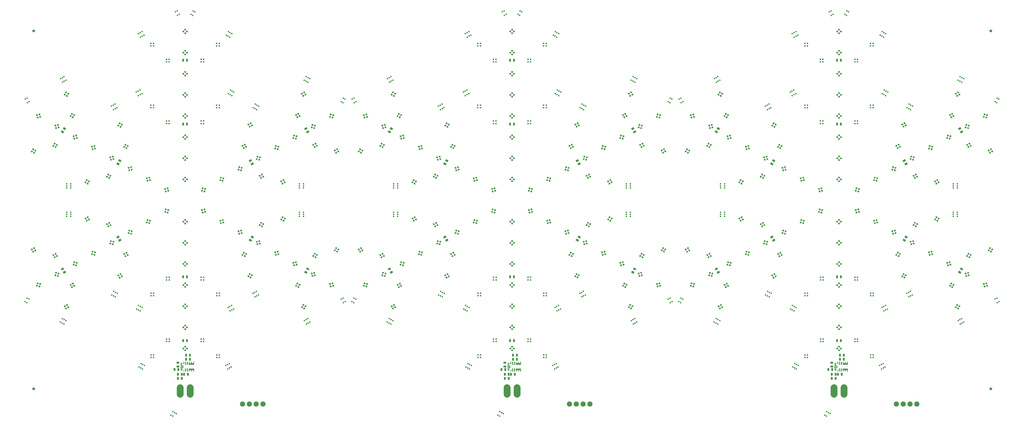
<source format=gbr>
G04 EAGLE Gerber RS-274X export*
G75*
%MOMM*%
%FSLAX34Y34*%
%LPD*%
%INSoldermask Top*%
%IPPOS*%
%AMOC8*
5,1,8,0,0,1.08239X$1,22.5*%
G01*
%ADD10C,0.550800*%
%ADD11C,1.050800*%
%ADD12R,0.600800X0.600800*%
%ADD13R,0.600800X0.600800*%
%ADD14R,0.750800X1.050800*%
%ADD15C,2.550800*%
%ADD16R,1.050800X0.750800*%
%ADD17R,0.300800X1.150800*%
%ADD18R,0.300800X0.750800*%
%ADD19R,1.150800X0.300800*%
%ADD20R,0.750800X0.300800*%
%ADD21C,1.930400*%

G36*
X1249932Y-612501D02*
X1249932Y-612501D01*
X1249932Y-601501D01*
X1249928Y-601496D01*
X1249927Y-601496D01*
X1247427Y-601496D01*
X1247422Y-601500D01*
X1247422Y-601501D01*
X1247422Y-606496D01*
X1241432Y-606496D01*
X1241432Y-601501D01*
X1241428Y-601496D01*
X1241427Y-601496D01*
X1238927Y-601496D01*
X1238922Y-601500D01*
X1238922Y-601501D01*
X1238922Y-606496D01*
X1232932Y-606496D01*
X1232932Y-601501D01*
X1232928Y-601496D01*
X1232927Y-601496D01*
X1230427Y-601496D01*
X1230422Y-601500D01*
X1230422Y-601501D01*
X1230422Y-612501D01*
X1230426Y-612505D01*
X1230427Y-612505D01*
X1230427Y-612506D01*
X1249927Y-612506D01*
X1249932Y-612501D01*
G37*
G36*
X2466610Y-612501D02*
X2466610Y-612501D01*
X2466610Y-601501D01*
X2466606Y-601496D01*
X2466605Y-601496D01*
X2464105Y-601496D01*
X2464100Y-601500D01*
X2464100Y-601501D01*
X2464100Y-606496D01*
X2458110Y-606496D01*
X2458110Y-601501D01*
X2458106Y-601496D01*
X2458105Y-601496D01*
X2455605Y-601496D01*
X2455600Y-601500D01*
X2455600Y-601501D01*
X2455600Y-606496D01*
X2449610Y-606496D01*
X2449610Y-601501D01*
X2449606Y-601496D01*
X2449605Y-601496D01*
X2447105Y-601496D01*
X2447100Y-601500D01*
X2447100Y-601501D01*
X2447100Y-612501D01*
X2447104Y-612505D01*
X2447105Y-612505D01*
X2447105Y-612506D01*
X2466605Y-612506D01*
X2466610Y-612501D01*
G37*
G36*
X33254Y-612501D02*
X33254Y-612501D01*
X33254Y-601501D01*
X33250Y-601496D01*
X33249Y-601496D01*
X30749Y-601496D01*
X30744Y-601500D01*
X30744Y-601501D01*
X30744Y-606496D01*
X24754Y-606496D01*
X24754Y-601501D01*
X24750Y-601496D01*
X24749Y-601496D01*
X22249Y-601496D01*
X22244Y-601500D01*
X22244Y-601501D01*
X22244Y-606496D01*
X16254Y-606496D01*
X16254Y-601501D01*
X16250Y-601496D01*
X16249Y-601496D01*
X13749Y-601496D01*
X13744Y-601500D01*
X13744Y-601501D01*
X13744Y-612501D01*
X13748Y-612505D01*
X13749Y-612505D01*
X13749Y-612506D01*
X33249Y-612506D01*
X33254Y-612501D01*
G37*
G36*
X2449610Y-637501D02*
X2449610Y-637501D01*
X2449610Y-632506D01*
X2455600Y-632506D01*
X2455600Y-637501D01*
X2455604Y-637505D01*
X2455605Y-637505D01*
X2455605Y-637506D01*
X2458105Y-637506D01*
X2458110Y-637501D01*
X2458110Y-632506D01*
X2464100Y-632506D01*
X2464100Y-637501D01*
X2464104Y-637505D01*
X2464105Y-637505D01*
X2464105Y-637506D01*
X2466605Y-637506D01*
X2466610Y-637501D01*
X2466610Y-626501D01*
X2466606Y-626496D01*
X2466605Y-626496D01*
X2447105Y-626496D01*
X2447100Y-626500D01*
X2447100Y-626501D01*
X2447100Y-637501D01*
X2447104Y-637505D01*
X2447105Y-637505D01*
X2447105Y-637506D01*
X2449605Y-637506D01*
X2449610Y-637501D01*
G37*
G36*
X1232932Y-637501D02*
X1232932Y-637501D01*
X1232932Y-632506D01*
X1238922Y-632506D01*
X1238922Y-637501D01*
X1238926Y-637505D01*
X1238927Y-637505D01*
X1238927Y-637506D01*
X1241427Y-637506D01*
X1241432Y-637501D01*
X1241432Y-632506D01*
X1247422Y-632506D01*
X1247422Y-637501D01*
X1247426Y-637505D01*
X1247427Y-637505D01*
X1247427Y-637506D01*
X1249927Y-637506D01*
X1249932Y-637501D01*
X1249932Y-626501D01*
X1249928Y-626496D01*
X1249927Y-626496D01*
X1230427Y-626496D01*
X1230422Y-626500D01*
X1230422Y-626501D01*
X1230422Y-637501D01*
X1230426Y-637505D01*
X1230427Y-637505D01*
X1230427Y-637506D01*
X1232927Y-637506D01*
X1232932Y-637501D01*
G37*
G36*
X16254Y-637501D02*
X16254Y-637501D01*
X16254Y-632506D01*
X22244Y-632506D01*
X22244Y-637501D01*
X22248Y-637505D01*
X22249Y-637505D01*
X22249Y-637506D01*
X24749Y-637506D01*
X24754Y-637501D01*
X24754Y-632506D01*
X30744Y-632506D01*
X30744Y-637501D01*
X30748Y-637505D01*
X30749Y-637505D01*
X30749Y-637506D01*
X33249Y-637506D01*
X33254Y-637501D01*
X33254Y-626501D01*
X33250Y-626496D01*
X33249Y-626496D01*
X13749Y-626496D01*
X13744Y-626500D01*
X13744Y-626501D01*
X13744Y-637501D01*
X13748Y-637505D01*
X13749Y-637505D01*
X13749Y-637506D01*
X16249Y-637506D01*
X16254Y-637501D01*
G37*
G36*
X1213432Y-637501D02*
X1213432Y-637501D01*
X1213432Y-630501D01*
X1213428Y-630496D01*
X1213427Y-630496D01*
X1212177Y-630496D01*
X1212175Y-630497D01*
X1212173Y-630497D01*
X1210923Y-631747D01*
X1210923Y-631749D01*
X1210922Y-631750D01*
X1210922Y-631751D01*
X1210922Y-637501D01*
X1210926Y-637505D01*
X1210927Y-637505D01*
X1210927Y-637506D01*
X1213427Y-637506D01*
X1213432Y-637501D01*
G37*
G36*
X2430110Y-637501D02*
X2430110Y-637501D01*
X2430110Y-630501D01*
X2430106Y-630496D01*
X2430105Y-630496D01*
X2428855Y-630496D01*
X2428853Y-630497D01*
X2428851Y-630497D01*
X2427601Y-631747D01*
X2427601Y-631749D01*
X2427600Y-631750D01*
X2427600Y-631751D01*
X2427600Y-637501D01*
X2427604Y-637505D01*
X2427605Y-637505D01*
X2427605Y-637506D01*
X2430105Y-637506D01*
X2430110Y-637501D01*
G37*
G36*
X-3246Y-637501D02*
X-3246Y-637501D01*
X-3246Y-630501D01*
X-3250Y-630496D01*
X-3251Y-630496D01*
X-4501Y-630496D01*
X-4503Y-630497D01*
X-4505Y-630497D01*
X-5755Y-631747D01*
X-5755Y-631749D01*
X-5756Y-631750D01*
X-5756Y-631751D01*
X-5756Y-637501D01*
X-5752Y-637505D01*
X-5751Y-637505D01*
X-5751Y-637506D01*
X-3251Y-637506D01*
X-3246Y-637501D01*
G37*
D10*
X-46586Y-803516D03*
X-53081Y-799766D03*
X-32591Y-794275D03*
X-39086Y-790525D03*
X-45581Y-786775D03*
X157659Y-611378D03*
X164154Y-607628D03*
X158663Y-628119D03*
X165159Y-624369D03*
X171654Y-620619D03*
X151163Y-615128D03*
X166409Y-395128D03*
X172904Y-391378D03*
X167413Y-411869D03*
X173909Y-408119D03*
X180404Y-404369D03*
X159913Y-398878D03*
X258909Y-342628D03*
X265404Y-338878D03*
X259913Y-359369D03*
X266409Y-355619D03*
X272904Y-351869D03*
X252413Y-346378D03*
X450159Y-443878D03*
X456654Y-440128D03*
X451163Y-460619D03*
X457659Y-456869D03*
X464154Y-453119D03*
X443663Y-447628D03*
X581409Y-367628D03*
X587904Y-363878D03*
X588909Y-380619D03*
X595404Y-376869D03*
X-457341Y457372D03*
X-450846Y461122D03*
X-456337Y440631D03*
X-449841Y444381D03*
X-443346Y448131D03*
X-463837Y453622D03*
X-267341Y354872D03*
X-260846Y358622D03*
X-266337Y338131D03*
X-259841Y341881D03*
X-253346Y345631D03*
X-273837Y351122D03*
X-174841Y407372D03*
X-168346Y411122D03*
X-173837Y390631D03*
X-167341Y394381D03*
X-160846Y398131D03*
X-181337Y403622D03*
X-167341Y624872D03*
X-160846Y628622D03*
X-166337Y608131D03*
X-159841Y611881D03*
X-153346Y615631D03*
X-173837Y621122D03*
X-36091Y702372D03*
X-29596Y706122D03*
X-28591Y689381D03*
X-22096Y693131D03*
X-157659Y-611378D03*
X-164154Y-607628D03*
X-158663Y-628119D03*
X-165159Y-624369D03*
X-171654Y-620619D03*
X-151163Y-615128D03*
X-166409Y-395128D03*
X-172904Y-391378D03*
X-167413Y-411869D03*
X-173909Y-408119D03*
X-180404Y-404369D03*
X-159913Y-398878D03*
X-258909Y-342628D03*
X-265404Y-338878D03*
X-259913Y-359369D03*
X-266409Y-355619D03*
X-272904Y-351869D03*
X-252413Y-346378D03*
X-450159Y-443878D03*
X-456654Y-440128D03*
X-451163Y-460619D03*
X-457659Y-456869D03*
X-464154Y-453119D03*
X-443663Y-447628D03*
X-581409Y-367628D03*
X-587904Y-363878D03*
X-588909Y-380619D03*
X-595404Y-376869D03*
X457341Y457372D03*
X450846Y461122D03*
X456337Y440631D03*
X449841Y444381D03*
X443346Y448131D03*
X463837Y453622D03*
X267341Y354872D03*
X260846Y358622D03*
X266337Y338131D03*
X259841Y341881D03*
X253346Y345631D03*
X273837Y351122D03*
X174841Y407372D03*
X168346Y411122D03*
X173837Y390631D03*
X167341Y394381D03*
X160846Y398131D03*
X181337Y403622D03*
X167341Y624872D03*
X160846Y628622D03*
X166337Y608131D03*
X159841Y611881D03*
X153346Y615631D03*
X173837Y621122D03*
X36091Y702372D03*
X29596Y706122D03*
X28591Y689381D03*
X22096Y693131D03*
X594841Y377372D03*
X588346Y381122D03*
X587341Y364381D03*
X580846Y368131D03*
X-594841Y377372D03*
X-588346Y381122D03*
X-587341Y364381D03*
X-580846Y368131D03*
X440491Y-51948D03*
X440491Y-59448D03*
X425491Y-44448D03*
X425491Y-51948D03*
X425491Y-59448D03*
X440491Y-44448D03*
X440491Y54302D03*
X440491Y46802D03*
X425491Y61802D03*
X425491Y54302D03*
X425491Y46802D03*
X440491Y61802D03*
X-440491Y-51948D03*
X-440491Y-59448D03*
X-425491Y-44448D03*
X-425491Y-51948D03*
X-425491Y-59448D03*
X-440491Y-44448D03*
X-440491Y54302D03*
X-440491Y46802D03*
X-425491Y61802D03*
X-425491Y54302D03*
X-425491Y46802D03*
X-440491Y61802D03*
X1170092Y-803516D03*
X1163597Y-799766D03*
X1184087Y-794275D03*
X1177592Y-790525D03*
X1171097Y-786775D03*
X1374337Y-611378D03*
X1380832Y-607628D03*
X1375341Y-628119D03*
X1381837Y-624369D03*
X1388332Y-620619D03*
X1367841Y-615128D03*
X1383087Y-395128D03*
X1389582Y-391378D03*
X1384091Y-411869D03*
X1390587Y-408119D03*
X1397082Y-404369D03*
X1376591Y-398878D03*
X1475587Y-342628D03*
X1482082Y-338878D03*
X1476591Y-359369D03*
X1483087Y-355619D03*
X1489582Y-351869D03*
X1469091Y-346378D03*
X1666837Y-443878D03*
X1673332Y-440128D03*
X1667841Y-460619D03*
X1674337Y-456869D03*
X1680832Y-453119D03*
X1660341Y-447628D03*
X1798087Y-367628D03*
X1804582Y-363878D03*
X1805587Y-380619D03*
X1812082Y-376869D03*
X759337Y457372D03*
X765832Y461122D03*
X760341Y440631D03*
X766837Y444381D03*
X773332Y448131D03*
X752841Y453622D03*
X949337Y354872D03*
X955832Y358622D03*
X950341Y338131D03*
X956837Y341881D03*
X963332Y345631D03*
X942841Y351122D03*
X1041837Y407372D03*
X1048332Y411122D03*
X1042841Y390631D03*
X1049337Y394381D03*
X1055832Y398131D03*
X1035341Y403622D03*
X1049337Y624872D03*
X1055832Y628622D03*
X1050341Y608131D03*
X1056837Y611881D03*
X1063332Y615631D03*
X1042841Y621122D03*
X1180587Y702372D03*
X1187082Y706122D03*
X1188087Y689381D03*
X1194582Y693131D03*
X1059019Y-611378D03*
X1052524Y-607628D03*
X1058015Y-628119D03*
X1051519Y-624369D03*
X1045024Y-620619D03*
X1065515Y-615128D03*
X1050269Y-395128D03*
X1043774Y-391378D03*
X1049265Y-411869D03*
X1042769Y-408119D03*
X1036274Y-404369D03*
X1056765Y-398878D03*
X957769Y-342628D03*
X951274Y-338878D03*
X956765Y-359369D03*
X950269Y-355619D03*
X943774Y-351869D03*
X964265Y-346378D03*
X766519Y-443878D03*
X760024Y-440128D03*
X765515Y-460619D03*
X759019Y-456869D03*
X752524Y-453119D03*
X773015Y-447628D03*
X635269Y-367628D03*
X628774Y-363878D03*
X627769Y-380619D03*
X621274Y-376869D03*
X1674019Y457372D03*
X1667524Y461122D03*
X1673015Y440631D03*
X1666519Y444381D03*
X1660024Y448131D03*
X1680515Y453622D03*
X1484019Y354872D03*
X1477524Y358622D03*
X1483015Y338131D03*
X1476519Y341881D03*
X1470024Y345631D03*
X1490515Y351122D03*
X1391519Y407372D03*
X1385024Y411122D03*
X1390515Y390631D03*
X1384019Y394381D03*
X1377524Y398131D03*
X1398015Y403622D03*
X1384019Y624872D03*
X1377524Y628622D03*
X1383015Y608131D03*
X1376519Y611881D03*
X1370024Y615631D03*
X1390515Y621122D03*
X1252769Y702372D03*
X1246274Y706122D03*
X1245269Y689381D03*
X1238774Y693131D03*
X1811519Y377372D03*
X1805024Y381122D03*
X1804019Y364381D03*
X1797524Y368131D03*
X621837Y377372D03*
X628332Y381122D03*
X629337Y364381D03*
X635832Y368131D03*
X1657169Y-51948D03*
X1657169Y-59448D03*
X1642169Y-44448D03*
X1642169Y-51948D03*
X1642169Y-59448D03*
X1657169Y-44448D03*
X1657169Y54302D03*
X1657169Y46802D03*
X1642169Y61802D03*
X1642169Y54302D03*
X1642169Y46802D03*
X1657169Y61802D03*
X776187Y-51948D03*
X776187Y-59448D03*
X791187Y-44448D03*
X791187Y-51948D03*
X791187Y-59448D03*
X776187Y-44448D03*
X776187Y54302D03*
X776187Y46802D03*
X791187Y61802D03*
X791187Y54302D03*
X791187Y46802D03*
X776187Y61802D03*
X2386770Y-803516D03*
X2380275Y-799766D03*
X2400765Y-794275D03*
X2394270Y-790525D03*
X2387775Y-786775D03*
X2591015Y-611378D03*
X2597510Y-607628D03*
X2592019Y-628119D03*
X2598515Y-624369D03*
X2605010Y-620619D03*
X2584519Y-615128D03*
X2599765Y-395128D03*
X2606260Y-391378D03*
X2600769Y-411869D03*
X2607265Y-408119D03*
X2613760Y-404369D03*
X2593269Y-398878D03*
X2692265Y-342628D03*
X2698760Y-338878D03*
X2693269Y-359369D03*
X2699765Y-355619D03*
X2706260Y-351869D03*
X2685769Y-346378D03*
X2883515Y-443878D03*
X2890010Y-440128D03*
X2884519Y-460619D03*
X2891015Y-456869D03*
X2897510Y-453119D03*
X2877019Y-447628D03*
X3014765Y-367628D03*
X3021260Y-363878D03*
X3022265Y-380619D03*
X3028760Y-376869D03*
X1976015Y457372D03*
X1982510Y461122D03*
X1977019Y440631D03*
X1983515Y444381D03*
X1990010Y448131D03*
X1969519Y453622D03*
X2166015Y354872D03*
X2172510Y358622D03*
X2167019Y338131D03*
X2173515Y341881D03*
X2180010Y345631D03*
X2159519Y351122D03*
X2258515Y407372D03*
X2265010Y411122D03*
X2259519Y390631D03*
X2266015Y394381D03*
X2272510Y398131D03*
X2252019Y403622D03*
X2266015Y624872D03*
X2272510Y628622D03*
X2267019Y608131D03*
X2273515Y611881D03*
X2280010Y615631D03*
X2259519Y621122D03*
X2397265Y702372D03*
X2403760Y706122D03*
X2404765Y689381D03*
X2411260Y693131D03*
X2275697Y-611378D03*
X2269202Y-607628D03*
X2274693Y-628119D03*
X2268197Y-624369D03*
X2261702Y-620619D03*
X2282193Y-615128D03*
X2266947Y-395128D03*
X2260452Y-391378D03*
X2265943Y-411869D03*
X2259447Y-408119D03*
X2252952Y-404369D03*
X2273443Y-398878D03*
X2174447Y-342628D03*
X2167952Y-338878D03*
X2173443Y-359369D03*
X2166947Y-355619D03*
X2160452Y-351869D03*
X2180943Y-346378D03*
X1983197Y-443878D03*
X1976702Y-440128D03*
X1982193Y-460619D03*
X1975697Y-456869D03*
X1969202Y-453119D03*
X1989693Y-447628D03*
X1851947Y-367628D03*
X1845452Y-363878D03*
X1844447Y-380619D03*
X1837952Y-376869D03*
X2890697Y457372D03*
X2884202Y461122D03*
X2889693Y440631D03*
X2883197Y444381D03*
X2876702Y448131D03*
X2897193Y453622D03*
X2700697Y354872D03*
X2694202Y358622D03*
X2699693Y338131D03*
X2693197Y341881D03*
X2686702Y345631D03*
X2707193Y351122D03*
X2608197Y407372D03*
X2601702Y411122D03*
X2607193Y390631D03*
X2600697Y394381D03*
X2594202Y398131D03*
X2614693Y403622D03*
X2600697Y624872D03*
X2594202Y628622D03*
X2599693Y608131D03*
X2593197Y611881D03*
X2586702Y615631D03*
X2607193Y621122D03*
X2469447Y702372D03*
X2462952Y706122D03*
X2461947Y689381D03*
X2455452Y693131D03*
X3028197Y377372D03*
X3021702Y381122D03*
X3020697Y364381D03*
X3014202Y368131D03*
X1838515Y377372D03*
X1845010Y381122D03*
X1846015Y364381D03*
X1852510Y368131D03*
X2873847Y-51948D03*
X2873847Y-59448D03*
X2858847Y-44448D03*
X2858847Y-51948D03*
X2858847Y-59448D03*
X2873847Y-44448D03*
X2873847Y54302D03*
X2873847Y46802D03*
X2858847Y61802D03*
X2858847Y54302D03*
X2858847Y46802D03*
X2873847Y61802D03*
X1992865Y-51948D03*
X1992865Y-59448D03*
X2007865Y-44448D03*
X2007865Y-51948D03*
X2007865Y-59448D03*
X1992865Y-44448D03*
X1992865Y54302D03*
X1992865Y46802D03*
X2007865Y61802D03*
X2007865Y54302D03*
X2007865Y46802D03*
X1992865Y61802D03*
D11*
X2998374Y631851D03*
X2998374Y-701800D03*
X-563976Y631851D03*
X-563976Y-701800D03*
D12*
G36*
X4248Y-308186D02*
X0Y-312434D01*
X-4248Y-308186D01*
X0Y-303938D01*
X4248Y-308186D01*
G37*
G36*
X10966Y-314903D02*
X6718Y-319151D01*
X2470Y-314903D01*
X6718Y-310655D01*
X10966Y-314903D01*
G37*
G36*
X4248Y-321621D02*
X0Y-325869D01*
X-4248Y-321621D01*
X0Y-317373D01*
X4248Y-321621D01*
G37*
G36*
X-2470Y-314903D02*
X-6718Y-319151D01*
X-10966Y-314903D01*
X-6718Y-310655D01*
X-2470Y-314903D01*
G37*
G36*
X4248Y-386926D02*
X0Y-391174D01*
X-4248Y-386926D01*
X0Y-382678D01*
X4248Y-386926D01*
G37*
G36*
X10966Y-393643D02*
X6718Y-397891D01*
X2470Y-393643D01*
X6718Y-389395D01*
X10966Y-393643D01*
G37*
G36*
X4248Y-400361D02*
X0Y-404609D01*
X-4248Y-400361D01*
X0Y-396113D01*
X4248Y-400361D01*
G37*
G36*
X-2470Y-393643D02*
X-6718Y-397891D01*
X-10966Y-393643D01*
X-6718Y-389395D01*
X-2470Y-393643D01*
G37*
G36*
X4248Y-465412D02*
X0Y-469660D01*
X-4248Y-465412D01*
X0Y-461164D01*
X4248Y-465412D01*
G37*
G36*
X10966Y-472129D02*
X6718Y-476377D01*
X2470Y-472129D01*
X6718Y-467881D01*
X10966Y-472129D01*
G37*
G36*
X4248Y-478847D02*
X0Y-483095D01*
X-4248Y-478847D01*
X0Y-474599D01*
X4248Y-478847D01*
G37*
G36*
X-2470Y-472129D02*
X-6718Y-476377D01*
X-10966Y-472129D01*
X-6718Y-467881D01*
X-2470Y-472129D01*
G37*
D13*
X-59258Y-516655D03*
X-59258Y-526155D03*
X-68758Y-526155D03*
X-68758Y-516655D03*
X-117424Y-575583D03*
X-117424Y-585083D03*
X-126924Y-585083D03*
X-126924Y-575583D03*
X59512Y-516655D03*
X69012Y-516655D03*
X69012Y-526155D03*
X59512Y-526155D03*
X117678Y-575583D03*
X127178Y-575583D03*
X127178Y-585083D03*
X117678Y-585083D03*
D14*
X-7000Y-522733D03*
X7000Y-522733D03*
D12*
G36*
X4248Y-544152D02*
X0Y-548400D01*
X-4248Y-544152D01*
X0Y-539904D01*
X4248Y-544152D01*
G37*
G36*
X10966Y-550869D02*
X6718Y-555117D01*
X2470Y-550869D01*
X6718Y-546621D01*
X10966Y-550869D01*
G37*
G36*
X4248Y-557587D02*
X0Y-561835D01*
X-4248Y-557587D01*
X0Y-553339D01*
X4248Y-557587D01*
G37*
G36*
X-2470Y-550869D02*
X-6718Y-555117D01*
X-10966Y-550869D01*
X-6718Y-546621D01*
X-2470Y-550869D01*
G37*
G36*
X4248Y-72220D02*
X0Y-76468D01*
X-4248Y-72220D01*
X0Y-67972D01*
X4248Y-72220D01*
G37*
G36*
X10966Y-78937D02*
X6718Y-83185D01*
X2470Y-78937D01*
X6718Y-74689D01*
X10966Y-78937D01*
G37*
G36*
X4248Y-85655D02*
X0Y-89903D01*
X-4248Y-85655D01*
X0Y-81407D01*
X4248Y-85655D01*
G37*
G36*
X-2470Y-78937D02*
X-6718Y-83185D01*
X-10966Y-78937D01*
X-6718Y-74689D01*
X-2470Y-78937D01*
G37*
G36*
X4248Y-150960D02*
X0Y-155208D01*
X-4248Y-150960D01*
X0Y-146712D01*
X4248Y-150960D01*
G37*
G36*
X10966Y-157677D02*
X6718Y-161925D01*
X2470Y-157677D01*
X6718Y-153429D01*
X10966Y-157677D01*
G37*
G36*
X4248Y-164395D02*
X0Y-168643D01*
X-4248Y-164395D01*
X0Y-160147D01*
X4248Y-164395D01*
G37*
G36*
X-2470Y-157677D02*
X-6718Y-161925D01*
X-10966Y-157677D01*
X-6718Y-153429D01*
X-2470Y-157677D01*
G37*
G36*
X4248Y-229446D02*
X0Y-233694D01*
X-4248Y-229446D01*
X0Y-225198D01*
X4248Y-229446D01*
G37*
G36*
X10966Y-236163D02*
X6718Y-240411D01*
X2470Y-236163D01*
X6718Y-231915D01*
X10966Y-236163D01*
G37*
G36*
X4248Y-242881D02*
X0Y-247129D01*
X-4248Y-242881D01*
X0Y-238633D01*
X4248Y-242881D01*
G37*
G36*
X-2470Y-236163D02*
X-6718Y-240411D01*
X-10966Y-236163D01*
X-6718Y-231915D01*
X-2470Y-236163D01*
G37*
D13*
X-59258Y-286531D03*
X-59258Y-296031D03*
X-68758Y-296031D03*
X-68758Y-286531D03*
X-117424Y-345205D03*
X-117424Y-354705D03*
X-126924Y-354705D03*
X-126924Y-345205D03*
X59512Y-286531D03*
X69012Y-286531D03*
X69012Y-296031D03*
X59512Y-296031D03*
D14*
X-7000Y-284443D03*
X7000Y-284443D03*
D13*
X117678Y-345459D03*
X127178Y-345459D03*
X127178Y-354959D03*
X117678Y-354959D03*
D15*
X18749Y-697288D02*
X18749Y-722288D01*
X-18751Y-722288D02*
X-18751Y-697288D01*
D16*
X-27101Y-604881D03*
X-27101Y-618881D03*
D14*
X3999Y-591561D03*
X17999Y-591561D03*
X3999Y-576321D03*
X17999Y-576321D03*
X-26481Y-662681D03*
X-12481Y-662681D03*
X-12481Y-647441D03*
X-26481Y-647441D03*
X-3621Y-647441D03*
X10379Y-647441D03*
X-25181Y-629661D03*
X-39181Y-629661D03*
D17*
X8499Y-632001D03*
X8499Y-607001D03*
X1999Y-632001D03*
X1999Y-607001D03*
D18*
X-4501Y-605001D03*
D19*
X-11501Y-617001D03*
X-11501Y-622001D03*
D20*
X-13501Y-612001D03*
X-13501Y-607001D03*
X-13501Y-627001D03*
X-13501Y-632001D03*
D21*
X213499Y-758601D03*
X238899Y-758601D03*
X264299Y-758601D03*
X289699Y-758601D03*
D12*
G36*
X-264773Y-157772D02*
X-270576Y-156217D01*
X-269021Y-150414D01*
X-263218Y-151969D01*
X-264773Y-157772D01*
G37*
G36*
X-267232Y-166948D02*
X-273035Y-165393D01*
X-271480Y-159590D01*
X-265677Y-161145D01*
X-267232Y-166948D01*
G37*
G36*
X-276408Y-164489D02*
X-282211Y-162934D01*
X-280656Y-157131D01*
X-274853Y-158686D01*
X-276408Y-164489D01*
G37*
G36*
X-273949Y-155313D02*
X-279752Y-153758D01*
X-278197Y-147955D01*
X-272394Y-149510D01*
X-273949Y-155313D01*
G37*
G36*
X-332964Y-197142D02*
X-338767Y-195587D01*
X-337212Y-189784D01*
X-331409Y-191339D01*
X-332964Y-197142D01*
G37*
G36*
X-335422Y-206318D02*
X-341225Y-204763D01*
X-339670Y-198960D01*
X-333867Y-200515D01*
X-335422Y-206318D01*
G37*
G36*
X-344599Y-203859D02*
X-350402Y-202304D01*
X-348847Y-196501D01*
X-343044Y-198056D01*
X-344599Y-203859D01*
G37*
G36*
X-342140Y-194683D02*
X-347943Y-193128D01*
X-346388Y-187325D01*
X-340585Y-188880D01*
X-342140Y-194683D01*
G37*
G36*
X-400935Y-236385D02*
X-406738Y-234830D01*
X-405183Y-229027D01*
X-399380Y-230582D01*
X-400935Y-236385D01*
G37*
G36*
X-403393Y-245561D02*
X-409196Y-244006D01*
X-407641Y-238203D01*
X-401838Y-239758D01*
X-403393Y-245561D01*
G37*
G36*
X-412570Y-243102D02*
X-418373Y-241547D01*
X-416818Y-235744D01*
X-411015Y-237299D01*
X-412570Y-243102D01*
G37*
G36*
X-410111Y-233926D02*
X-415914Y-232371D01*
X-414359Y-226568D01*
X-408556Y-228123D01*
X-410111Y-233926D01*
G37*
G36*
X-478165Y-211112D02*
X-481169Y-205910D01*
X-475967Y-202906D01*
X-472963Y-208108D01*
X-478165Y-211112D01*
G37*
G36*
X-486392Y-215862D02*
X-489396Y-210660D01*
X-484194Y-207656D01*
X-481190Y-212858D01*
X-486392Y-215862D01*
G37*
G36*
X-491142Y-207635D02*
X-494146Y-202433D01*
X-488944Y-199429D01*
X-485940Y-204631D01*
X-491142Y-207635D01*
G37*
G36*
X-482915Y-202885D02*
X-485919Y-197683D01*
X-480717Y-194679D01*
X-477713Y-199881D01*
X-482915Y-202885D01*
G37*
G36*
X-558281Y-190203D02*
X-561285Y-185001D01*
X-556083Y-181997D01*
X-553079Y-187199D01*
X-558281Y-190203D01*
G37*
G36*
X-566508Y-194953D02*
X-569512Y-189751D01*
X-564310Y-186747D01*
X-561306Y-191949D01*
X-566508Y-194953D01*
G37*
G36*
X-571258Y-186725D02*
X-574262Y-181523D01*
X-569060Y-178519D01*
X-566056Y-183721D01*
X-571258Y-186725D01*
G37*
G36*
X-563031Y-181975D02*
X-566035Y-176773D01*
X-560833Y-173769D01*
X-557829Y-178971D01*
X-563031Y-181975D01*
G37*
G36*
X-413578Y-310966D02*
X-418780Y-313970D01*
X-421784Y-308768D01*
X-416582Y-305764D01*
X-413578Y-310966D01*
G37*
G36*
X-408828Y-319193D02*
X-414030Y-322197D01*
X-417034Y-316995D01*
X-411832Y-313991D01*
X-408828Y-319193D01*
G37*
G36*
X-417055Y-323943D02*
X-422257Y-326947D01*
X-425261Y-321745D01*
X-420059Y-318741D01*
X-417055Y-323943D01*
G37*
G36*
X-421805Y-315716D02*
X-427007Y-318720D01*
X-430011Y-313518D01*
X-424809Y-310514D01*
X-421805Y-315716D01*
G37*
G36*
X-435528Y-390803D02*
X-440730Y-393807D01*
X-443734Y-388605D01*
X-438532Y-385601D01*
X-435528Y-390803D01*
G37*
G36*
X-430778Y-399030D02*
X-435980Y-402034D01*
X-438984Y-396832D01*
X-433782Y-393828D01*
X-430778Y-399030D01*
G37*
G36*
X-439005Y-403780D02*
X-444207Y-406784D01*
X-447211Y-401582D01*
X-442009Y-398578D01*
X-439005Y-403780D01*
G37*
G36*
X-443755Y-395553D02*
X-448957Y-398557D01*
X-451961Y-393355D01*
X-446759Y-390351D01*
X-443755Y-395553D01*
G37*
D14*
G36*
X-453527Y-249427D02*
X-449773Y-255929D01*
X-458873Y-261183D01*
X-462627Y-254681D01*
X-453527Y-249427D01*
G37*
G36*
X-446527Y-261551D02*
X-442773Y-268053D01*
X-451873Y-273307D01*
X-455627Y-266805D01*
X-446527Y-261551D01*
G37*
D12*
G36*
X-469125Y-275755D02*
X-474928Y-274200D01*
X-473373Y-268397D01*
X-467570Y-269952D01*
X-469125Y-275755D01*
G37*
G36*
X-471584Y-284931D02*
X-477387Y-283376D01*
X-475832Y-277573D01*
X-470029Y-279128D01*
X-471584Y-284931D01*
G37*
G36*
X-480760Y-282472D02*
X-486563Y-280917D01*
X-485008Y-275114D01*
X-479205Y-276669D01*
X-480760Y-282472D01*
G37*
G36*
X-478302Y-273296D02*
X-484105Y-271741D01*
X-482550Y-265938D01*
X-476747Y-267493D01*
X-478302Y-273296D01*
G37*
G36*
X-537316Y-315125D02*
X-543119Y-313570D01*
X-541564Y-307767D01*
X-535761Y-309322D01*
X-537316Y-315125D01*
G37*
G36*
X-539775Y-324301D02*
X-545578Y-322746D01*
X-544023Y-316943D01*
X-538220Y-318498D01*
X-539775Y-324301D01*
G37*
G36*
X-548951Y-321842D02*
X-554754Y-320287D01*
X-553199Y-314484D01*
X-547396Y-316039D01*
X-548951Y-321842D01*
G37*
G36*
X-546493Y-312666D02*
X-552296Y-311111D01*
X-550741Y-305308D01*
X-544938Y-306863D01*
X-546493Y-312666D01*
G37*
G36*
X-60420Y-39789D02*
X-66223Y-38234D01*
X-64668Y-32431D01*
X-58865Y-33986D01*
X-60420Y-39789D01*
G37*
G36*
X-62879Y-48965D02*
X-68682Y-47410D01*
X-67127Y-41607D01*
X-61324Y-43162D01*
X-62879Y-48965D01*
G37*
G36*
X-72055Y-46506D02*
X-77858Y-44951D01*
X-76303Y-39148D01*
X-70500Y-40703D01*
X-72055Y-46506D01*
G37*
G36*
X-69597Y-37330D02*
X-75400Y-35775D01*
X-73845Y-29972D01*
X-68042Y-31527D01*
X-69597Y-37330D01*
G37*
G36*
X-128611Y-79159D02*
X-134414Y-77604D01*
X-132859Y-71801D01*
X-127056Y-73356D01*
X-128611Y-79159D01*
G37*
G36*
X-131070Y-88335D02*
X-136873Y-86780D01*
X-135318Y-80977D01*
X-129515Y-82532D01*
X-131070Y-88335D01*
G37*
G36*
X-140246Y-85876D02*
X-146049Y-84321D01*
X-144494Y-78518D01*
X-138691Y-80073D01*
X-140246Y-85876D01*
G37*
G36*
X-137787Y-76700D02*
X-143590Y-75145D01*
X-142035Y-69342D01*
X-136232Y-70897D01*
X-137787Y-76700D01*
G37*
G36*
X-196582Y-118402D02*
X-202385Y-116847D01*
X-200830Y-111044D01*
X-195027Y-112599D01*
X-196582Y-118402D01*
G37*
G36*
X-199041Y-127578D02*
X-204844Y-126023D01*
X-203289Y-120220D01*
X-197486Y-121775D01*
X-199041Y-127578D01*
G37*
G36*
X-208217Y-125119D02*
X-214020Y-123564D01*
X-212465Y-117761D01*
X-206662Y-119316D01*
X-208217Y-125119D01*
G37*
G36*
X-205758Y-115943D02*
X-211561Y-114388D01*
X-210006Y-108585D01*
X-204203Y-110140D01*
X-205758Y-115943D01*
G37*
G36*
X-278871Y-96050D02*
X-281875Y-90848D01*
X-276673Y-87844D01*
X-273669Y-93046D01*
X-278871Y-96050D01*
G37*
G36*
X-287099Y-100800D02*
X-290103Y-95598D01*
X-284901Y-92594D01*
X-281897Y-97796D01*
X-287099Y-100800D01*
G37*
G36*
X-291849Y-92573D02*
X-294853Y-87371D01*
X-289651Y-84367D01*
X-286647Y-89569D01*
X-291849Y-92573D01*
G37*
G36*
X-283621Y-87823D02*
X-286625Y-82621D01*
X-281423Y-79617D01*
X-278419Y-84819D01*
X-283621Y-87823D01*
G37*
G36*
X-358768Y-75014D02*
X-361772Y-69812D01*
X-356570Y-66808D01*
X-353566Y-72010D01*
X-358768Y-75014D01*
G37*
G36*
X-366995Y-79764D02*
X-369999Y-74562D01*
X-364797Y-71558D01*
X-361793Y-76760D01*
X-366995Y-79764D01*
G37*
G36*
X-371745Y-71536D02*
X-374749Y-66334D01*
X-369547Y-63330D01*
X-366543Y-68532D01*
X-371745Y-71536D01*
G37*
G36*
X-363518Y-66786D02*
X-366522Y-61584D01*
X-361320Y-58580D01*
X-358316Y-63782D01*
X-363518Y-66786D01*
G37*
G36*
X-214285Y-195904D02*
X-219487Y-198908D01*
X-222491Y-193706D01*
X-217289Y-190702D01*
X-214285Y-195904D01*
G37*
G36*
X-209535Y-204131D02*
X-214737Y-207135D01*
X-217741Y-201933D01*
X-212539Y-198929D01*
X-209535Y-204131D01*
G37*
G36*
X-217762Y-208881D02*
X-222964Y-211885D01*
X-225968Y-206683D01*
X-220766Y-203679D01*
X-217762Y-208881D01*
G37*
G36*
X-222512Y-200654D02*
X-227714Y-203658D01*
X-230718Y-198456D01*
X-225516Y-195452D01*
X-222512Y-200654D01*
G37*
D14*
G36*
X-247162Y-130282D02*
X-243408Y-136784D01*
X-252508Y-142038D01*
X-256262Y-135536D01*
X-247162Y-130282D01*
G37*
G36*
X-240162Y-142406D02*
X-236408Y-148908D01*
X-245508Y-154162D01*
X-249262Y-147660D01*
X-240162Y-142406D01*
G37*
D12*
G36*
X-236235Y-275741D02*
X-241437Y-278745D01*
X-244441Y-273543D01*
X-239239Y-270539D01*
X-236235Y-275741D01*
G37*
G36*
X-231485Y-283968D02*
X-236687Y-286972D01*
X-239691Y-281770D01*
X-234489Y-278766D01*
X-231485Y-283968D01*
G37*
G36*
X-239712Y-288718D02*
X-244914Y-291722D01*
X-247918Y-286520D01*
X-242716Y-283516D01*
X-239712Y-288718D01*
G37*
G36*
X-244462Y-280491D02*
X-249664Y-283495D01*
X-252668Y-278293D01*
X-247466Y-275289D01*
X-244462Y-280491D01*
G37*
G36*
X-269021Y150414D02*
X-270576Y156217D01*
X-264773Y157772D01*
X-263218Y151969D01*
X-269021Y150414D01*
G37*
G36*
X-278197Y147955D02*
X-279752Y153758D01*
X-273949Y155313D01*
X-272394Y149510D01*
X-278197Y147955D01*
G37*
G36*
X-280656Y157131D02*
X-282211Y162934D01*
X-276408Y164489D01*
X-274853Y158686D01*
X-280656Y157131D01*
G37*
G36*
X-271480Y159590D02*
X-273035Y165393D01*
X-267232Y166948D01*
X-265677Y161145D01*
X-271480Y159590D01*
G37*
G36*
X-337212Y189784D02*
X-338767Y195587D01*
X-332964Y197142D01*
X-331409Y191339D01*
X-337212Y189784D01*
G37*
G36*
X-346388Y187325D02*
X-347943Y193128D01*
X-342140Y194683D01*
X-340585Y188880D01*
X-346388Y187325D01*
G37*
G36*
X-348847Y196501D02*
X-350402Y202304D01*
X-344599Y203859D01*
X-343044Y198056D01*
X-348847Y196501D01*
G37*
G36*
X-339670Y198960D02*
X-341225Y204763D01*
X-335422Y206318D01*
X-333867Y200515D01*
X-339670Y198960D01*
G37*
G36*
X-405183Y229027D02*
X-406738Y234830D01*
X-400935Y236385D01*
X-399380Y230582D01*
X-405183Y229027D01*
G37*
G36*
X-414359Y226568D02*
X-415914Y232371D01*
X-410111Y233926D01*
X-408556Y228123D01*
X-414359Y226568D01*
G37*
G36*
X-416818Y235744D02*
X-418373Y241547D01*
X-412570Y243102D01*
X-411015Y237299D01*
X-416818Y235744D01*
G37*
G36*
X-407641Y238203D02*
X-409196Y244006D01*
X-403393Y245561D01*
X-401838Y239758D01*
X-407641Y238203D01*
G37*
G36*
X-421911Y308548D02*
X-418907Y313750D01*
X-413705Y310746D01*
X-416709Y305544D01*
X-421911Y308548D01*
G37*
G36*
X-430138Y313298D02*
X-427134Y318500D01*
X-421932Y315496D01*
X-424936Y310294D01*
X-430138Y313298D01*
G37*
G36*
X-425388Y321525D02*
X-422384Y326727D01*
X-417182Y323723D01*
X-420186Y318521D01*
X-425388Y321525D01*
G37*
G36*
X-417161Y316775D02*
X-414157Y321977D01*
X-408955Y318973D01*
X-411959Y313771D01*
X-417161Y316775D01*
G37*
G36*
X-443861Y388385D02*
X-440857Y393587D01*
X-435655Y390583D01*
X-438659Y385381D01*
X-443861Y388385D01*
G37*
G36*
X-452088Y393135D02*
X-449084Y398337D01*
X-443882Y395333D01*
X-446886Y390131D01*
X-452088Y393135D01*
G37*
G36*
X-447338Y401362D02*
X-444334Y406564D01*
X-439132Y403560D01*
X-442136Y398358D01*
X-447338Y401362D01*
G37*
G36*
X-439111Y396612D02*
X-436107Y401814D01*
X-430905Y398810D01*
X-433909Y393608D01*
X-439111Y396612D01*
G37*
G36*
X-476094Y202686D02*
X-481296Y205690D01*
X-478292Y210892D01*
X-473090Y207888D01*
X-476094Y202686D01*
G37*
G36*
X-480844Y194459D02*
X-486046Y197463D01*
X-483042Y202665D01*
X-477840Y199661D01*
X-480844Y194459D01*
G37*
G36*
X-489071Y199209D02*
X-494273Y202213D01*
X-491269Y207415D01*
X-486067Y204411D01*
X-489071Y199209D01*
G37*
G36*
X-484321Y207436D02*
X-489523Y210440D01*
X-486519Y215642D01*
X-481317Y212638D01*
X-484321Y207436D01*
G37*
G36*
X-556210Y181777D02*
X-561412Y184781D01*
X-558408Y189983D01*
X-553206Y186979D01*
X-556210Y181777D01*
G37*
G36*
X-560960Y173549D02*
X-566162Y176553D01*
X-563158Y181755D01*
X-557956Y178751D01*
X-560960Y173549D01*
G37*
G36*
X-569187Y178299D02*
X-574389Y181303D01*
X-571385Y186505D01*
X-566183Y183501D01*
X-569187Y178299D01*
G37*
G36*
X-564437Y186527D02*
X-569639Y189531D01*
X-566635Y194733D01*
X-561433Y191729D01*
X-564437Y186527D01*
G37*
D14*
G36*
X-442773Y268053D02*
X-446527Y261551D01*
X-455627Y266805D01*
X-451873Y273307D01*
X-442773Y268053D01*
G37*
G36*
X-449773Y255929D02*
X-453527Y249427D01*
X-462627Y254681D01*
X-458873Y261183D01*
X-449773Y255929D01*
G37*
D12*
G36*
X-473373Y268397D02*
X-474928Y274200D01*
X-469125Y275755D01*
X-467570Y269952D01*
X-473373Y268397D01*
G37*
G36*
X-482550Y265938D02*
X-484105Y271741D01*
X-478302Y273296D01*
X-476747Y267493D01*
X-482550Y265938D01*
G37*
G36*
X-485008Y275114D02*
X-486563Y280917D01*
X-480760Y282472D01*
X-479205Y276669D01*
X-485008Y275114D01*
G37*
G36*
X-475832Y277573D02*
X-477387Y283376D01*
X-471584Y284931D01*
X-470029Y279128D01*
X-475832Y277573D01*
G37*
G36*
X-541564Y307767D02*
X-543119Y313570D01*
X-537316Y315125D01*
X-535761Y309322D01*
X-541564Y307767D01*
G37*
G36*
X-550741Y305308D02*
X-552296Y311111D01*
X-546493Y312666D01*
X-544938Y306863D01*
X-550741Y305308D01*
G37*
G36*
X-553199Y314484D02*
X-554754Y320287D01*
X-548951Y321842D01*
X-547396Y316039D01*
X-553199Y314484D01*
G37*
G36*
X-544023Y316943D02*
X-545578Y322746D01*
X-539775Y324301D01*
X-538220Y318498D01*
X-544023Y316943D01*
G37*
G36*
X-64668Y32431D02*
X-66223Y38234D01*
X-60420Y39789D01*
X-58865Y33986D01*
X-64668Y32431D01*
G37*
G36*
X-73845Y29972D02*
X-75400Y35775D01*
X-69597Y37330D01*
X-68042Y31527D01*
X-73845Y29972D01*
G37*
G36*
X-76303Y39148D02*
X-77858Y44951D01*
X-72055Y46506D01*
X-70500Y40703D01*
X-76303Y39148D01*
G37*
G36*
X-67127Y41607D02*
X-68682Y47410D01*
X-62879Y48965D01*
X-61324Y43162D01*
X-67127Y41607D01*
G37*
G36*
X-132859Y71801D02*
X-134414Y77604D01*
X-128611Y79159D01*
X-127056Y73356D01*
X-132859Y71801D01*
G37*
G36*
X-142035Y69342D02*
X-143590Y75145D01*
X-137787Y76700D01*
X-136232Y70897D01*
X-142035Y69342D01*
G37*
G36*
X-144494Y78518D02*
X-146049Y84321D01*
X-140246Y85876D01*
X-138691Y80073D01*
X-144494Y78518D01*
G37*
G36*
X-135318Y80977D02*
X-136873Y86780D01*
X-131070Y88335D01*
X-129515Y82532D01*
X-135318Y80977D01*
G37*
G36*
X-200830Y111044D02*
X-202385Y116847D01*
X-196582Y118402D01*
X-195027Y112599D01*
X-200830Y111044D01*
G37*
G36*
X-210006Y108585D02*
X-211561Y114388D01*
X-205758Y115943D01*
X-204203Y110140D01*
X-210006Y108585D01*
G37*
G36*
X-212465Y117761D02*
X-214020Y123564D01*
X-208217Y125119D01*
X-206662Y119316D01*
X-212465Y117761D01*
G37*
G36*
X-203289Y120220D02*
X-204844Y126023D01*
X-199041Y127578D01*
X-197486Y121775D01*
X-203289Y120220D01*
G37*
G36*
X-222618Y193486D02*
X-219614Y198688D01*
X-214412Y195684D01*
X-217416Y190482D01*
X-222618Y193486D01*
G37*
G36*
X-230845Y198236D02*
X-227841Y203438D01*
X-222639Y200434D01*
X-225643Y195232D01*
X-230845Y198236D01*
G37*
G36*
X-226095Y206463D02*
X-223091Y211665D01*
X-217889Y208661D01*
X-220893Y203459D01*
X-226095Y206463D01*
G37*
G36*
X-217868Y201713D02*
X-214864Y206915D01*
X-209662Y203911D01*
X-212666Y198709D01*
X-217868Y201713D01*
G37*
G36*
X-244348Y273196D02*
X-241344Y278398D01*
X-236142Y275394D01*
X-239146Y270192D01*
X-244348Y273196D01*
G37*
G36*
X-252575Y277946D02*
X-249571Y283148D01*
X-244369Y280144D01*
X-247373Y274942D01*
X-252575Y277946D01*
G37*
G36*
X-247825Y286173D02*
X-244821Y291375D01*
X-239619Y288371D01*
X-242623Y283169D01*
X-247825Y286173D01*
G37*
G36*
X-239598Y281423D02*
X-236594Y286625D01*
X-231392Y283621D01*
X-234396Y278419D01*
X-239598Y281423D01*
G37*
G36*
X-276800Y87624D02*
X-282002Y90628D01*
X-278998Y95830D01*
X-273796Y92826D01*
X-276800Y87624D01*
G37*
G36*
X-281550Y79397D02*
X-286752Y82401D01*
X-283748Y87603D01*
X-278546Y84599D01*
X-281550Y79397D01*
G37*
G36*
X-289778Y84147D02*
X-294980Y87151D01*
X-291976Y92353D01*
X-286774Y89349D01*
X-289778Y84147D01*
G37*
G36*
X-285028Y92374D02*
X-290230Y95378D01*
X-287226Y100580D01*
X-282024Y97576D01*
X-285028Y92374D01*
G37*
D14*
G36*
X-236408Y148908D02*
X-240162Y142406D01*
X-249262Y147660D01*
X-245508Y154162D01*
X-236408Y148908D01*
G37*
G36*
X-243408Y136784D02*
X-247162Y130282D01*
X-256262Y135536D01*
X-252508Y142038D01*
X-243408Y136784D01*
G37*
D12*
G36*
X-356917Y66715D02*
X-362119Y69719D01*
X-359115Y74921D01*
X-353913Y71917D01*
X-356917Y66715D01*
G37*
G36*
X-361667Y58487D02*
X-366869Y61491D01*
X-363865Y66693D01*
X-358663Y63689D01*
X-361667Y58487D01*
G37*
G36*
X-369894Y63237D02*
X-375096Y66241D01*
X-372092Y71443D01*
X-366890Y68439D01*
X-369894Y63237D01*
G37*
G36*
X-365144Y71465D02*
X-370346Y74469D01*
X-367342Y79671D01*
X-362140Y76667D01*
X-365144Y71465D01*
G37*
G36*
X-4248Y308186D02*
X0Y312434D01*
X4248Y308186D01*
X0Y303938D01*
X-4248Y308186D01*
G37*
G36*
X-10966Y314903D02*
X-6718Y319151D01*
X-2470Y314903D01*
X-6718Y310655D01*
X-10966Y314903D01*
G37*
G36*
X-4248Y321621D02*
X0Y325869D01*
X4248Y321621D01*
X0Y317373D01*
X-4248Y321621D01*
G37*
G36*
X2470Y314903D02*
X6718Y319151D01*
X10966Y314903D01*
X6718Y310655D01*
X2470Y314903D01*
G37*
G36*
X-4248Y386926D02*
X0Y391174D01*
X4248Y386926D01*
X0Y382678D01*
X-4248Y386926D01*
G37*
G36*
X-10966Y393643D02*
X-6718Y397891D01*
X-2470Y393643D01*
X-6718Y389395D01*
X-10966Y393643D01*
G37*
G36*
X-4248Y400361D02*
X0Y404609D01*
X4248Y400361D01*
X0Y396113D01*
X-4248Y400361D01*
G37*
G36*
X2470Y393643D02*
X6718Y397891D01*
X10966Y393643D01*
X6718Y389395D01*
X2470Y393643D01*
G37*
G36*
X-4248Y465412D02*
X0Y469660D01*
X4248Y465412D01*
X0Y461164D01*
X-4248Y465412D01*
G37*
G36*
X-10966Y472129D02*
X-6718Y476377D01*
X-2470Y472129D01*
X-6718Y467881D01*
X-10966Y472129D01*
G37*
G36*
X-4248Y478847D02*
X0Y483095D01*
X4248Y478847D01*
X0Y474599D01*
X-4248Y478847D01*
G37*
G36*
X2470Y472129D02*
X6718Y476377D01*
X10966Y472129D01*
X6718Y467881D01*
X2470Y472129D01*
G37*
D13*
X59258Y516655D03*
X59258Y526155D03*
X68758Y526155D03*
X68758Y516655D03*
X117424Y575583D03*
X117424Y585083D03*
X126924Y585083D03*
X126924Y575583D03*
X-59512Y516655D03*
X-69012Y516655D03*
X-69012Y526155D03*
X-59512Y526155D03*
X-117678Y575583D03*
X-127178Y575583D03*
X-127178Y585083D03*
X-117678Y585083D03*
D14*
X7000Y522733D03*
X-7000Y522733D03*
D12*
G36*
X-4248Y544152D02*
X0Y548400D01*
X4248Y544152D01*
X0Y539904D01*
X-4248Y544152D01*
G37*
G36*
X-10966Y550869D02*
X-6718Y555117D01*
X-2470Y550869D01*
X-6718Y546621D01*
X-10966Y550869D01*
G37*
G36*
X-4248Y557587D02*
X0Y561835D01*
X4248Y557587D01*
X0Y553339D01*
X-4248Y557587D01*
G37*
G36*
X2470Y550869D02*
X6718Y555117D01*
X10966Y550869D01*
X6718Y546621D01*
X2470Y550869D01*
G37*
G36*
X-4248Y622892D02*
X0Y627140D01*
X4248Y622892D01*
X0Y618644D01*
X-4248Y622892D01*
G37*
G36*
X-10966Y629609D02*
X-6718Y633857D01*
X-2470Y629609D01*
X-6718Y625361D01*
X-10966Y629609D01*
G37*
G36*
X-4248Y636327D02*
X0Y640575D01*
X4248Y636327D01*
X0Y632079D01*
X-4248Y636327D01*
G37*
G36*
X2470Y629609D02*
X6718Y633857D01*
X10966Y629609D01*
X6718Y625361D01*
X2470Y629609D01*
G37*
G36*
X-4248Y72220D02*
X0Y76468D01*
X4248Y72220D01*
X0Y67972D01*
X-4248Y72220D01*
G37*
G36*
X-10966Y78937D02*
X-6718Y83185D01*
X-2470Y78937D01*
X-6718Y74689D01*
X-10966Y78937D01*
G37*
G36*
X-4248Y85655D02*
X0Y89903D01*
X4248Y85655D01*
X0Y81407D01*
X-4248Y85655D01*
G37*
G36*
X2470Y78937D02*
X6718Y83185D01*
X10966Y78937D01*
X6718Y74689D01*
X2470Y78937D01*
G37*
G36*
X-4248Y150960D02*
X0Y155208D01*
X4248Y150960D01*
X0Y146712D01*
X-4248Y150960D01*
G37*
G36*
X-10966Y157677D02*
X-6718Y161925D01*
X-2470Y157677D01*
X-6718Y153429D01*
X-10966Y157677D01*
G37*
G36*
X-4248Y164395D02*
X0Y168643D01*
X4248Y164395D01*
X0Y160147D01*
X-4248Y164395D01*
G37*
G36*
X2470Y157677D02*
X6718Y161925D01*
X10966Y157677D01*
X6718Y153429D01*
X2470Y157677D01*
G37*
G36*
X-4248Y229446D02*
X0Y233694D01*
X4248Y229446D01*
X0Y225198D01*
X-4248Y229446D01*
G37*
G36*
X-10966Y236163D02*
X-6718Y240411D01*
X-2470Y236163D01*
X-6718Y231915D01*
X-10966Y236163D01*
G37*
G36*
X-4248Y242881D02*
X0Y247129D01*
X4248Y242881D01*
X0Y238633D01*
X-4248Y242881D01*
G37*
G36*
X2470Y236163D02*
X6718Y240411D01*
X10966Y236163D01*
X6718Y231915D01*
X2470Y236163D01*
G37*
D13*
X59258Y286531D03*
X59258Y296031D03*
X68758Y296031D03*
X68758Y286531D03*
X117424Y345205D03*
X117424Y354705D03*
X126924Y354705D03*
X126924Y345205D03*
X-59512Y286531D03*
X-69012Y286531D03*
X-69012Y296031D03*
X-59512Y296031D03*
D14*
X7000Y284443D03*
X-7000Y284443D03*
D13*
X-117678Y345459D03*
X-127178Y345459D03*
X-127178Y354959D03*
X-117678Y354959D03*
D12*
G36*
X264773Y157772D02*
X270576Y156217D01*
X269021Y150414D01*
X263218Y151969D01*
X264773Y157772D01*
G37*
G36*
X267232Y166948D02*
X273035Y165393D01*
X271480Y159590D01*
X265677Y161145D01*
X267232Y166948D01*
G37*
G36*
X276408Y164489D02*
X282211Y162934D01*
X280656Y157131D01*
X274853Y158686D01*
X276408Y164489D01*
G37*
G36*
X273949Y155313D02*
X279752Y153758D01*
X278197Y147955D01*
X272394Y149510D01*
X273949Y155313D01*
G37*
G36*
X332964Y197142D02*
X338767Y195587D01*
X337212Y189784D01*
X331409Y191339D01*
X332964Y197142D01*
G37*
G36*
X335422Y206318D02*
X341225Y204763D01*
X339670Y198960D01*
X333867Y200515D01*
X335422Y206318D01*
G37*
G36*
X344599Y203859D02*
X350402Y202304D01*
X348847Y196501D01*
X343044Y198056D01*
X344599Y203859D01*
G37*
G36*
X342140Y194683D02*
X347943Y193128D01*
X346388Y187325D01*
X340585Y188880D01*
X342140Y194683D01*
G37*
G36*
X400935Y236385D02*
X406738Y234830D01*
X405183Y229027D01*
X399380Y230582D01*
X400935Y236385D01*
G37*
G36*
X403393Y245561D02*
X409196Y244006D01*
X407641Y238203D01*
X401838Y239758D01*
X403393Y245561D01*
G37*
G36*
X412570Y243102D02*
X418373Y241547D01*
X416818Y235744D01*
X411015Y237299D01*
X412570Y243102D01*
G37*
G36*
X410111Y233926D02*
X415914Y232371D01*
X414359Y226568D01*
X408556Y228123D01*
X410111Y233926D01*
G37*
G36*
X478165Y211112D02*
X481169Y205910D01*
X475967Y202906D01*
X472963Y208108D01*
X478165Y211112D01*
G37*
G36*
X486392Y215862D02*
X489396Y210660D01*
X484194Y207656D01*
X481190Y212858D01*
X486392Y215862D01*
G37*
G36*
X491142Y207635D02*
X494146Y202433D01*
X488944Y199429D01*
X485940Y204631D01*
X491142Y207635D01*
G37*
G36*
X482915Y202885D02*
X485919Y197683D01*
X480717Y194679D01*
X477713Y199881D01*
X482915Y202885D01*
G37*
G36*
X558281Y190203D02*
X561285Y185001D01*
X556083Y181997D01*
X553079Y187199D01*
X558281Y190203D01*
G37*
G36*
X566508Y194953D02*
X569512Y189751D01*
X564310Y186747D01*
X561306Y191949D01*
X566508Y194953D01*
G37*
G36*
X571258Y186725D02*
X574262Y181523D01*
X569060Y178519D01*
X566056Y183721D01*
X571258Y186725D01*
G37*
G36*
X563031Y181975D02*
X566035Y176773D01*
X560833Y173769D01*
X557829Y178971D01*
X563031Y181975D01*
G37*
G36*
X413578Y310966D02*
X418780Y313970D01*
X421784Y308768D01*
X416582Y305764D01*
X413578Y310966D01*
G37*
G36*
X408828Y319193D02*
X414030Y322197D01*
X417034Y316995D01*
X411832Y313991D01*
X408828Y319193D01*
G37*
G36*
X417055Y323943D02*
X422257Y326947D01*
X425261Y321745D01*
X420059Y318741D01*
X417055Y323943D01*
G37*
G36*
X421805Y315716D02*
X427007Y318720D01*
X430011Y313518D01*
X424809Y310514D01*
X421805Y315716D01*
G37*
G36*
X435528Y390803D02*
X440730Y393807D01*
X443734Y388605D01*
X438532Y385601D01*
X435528Y390803D01*
G37*
G36*
X430778Y399030D02*
X435980Y402034D01*
X438984Y396832D01*
X433782Y393828D01*
X430778Y399030D01*
G37*
G36*
X439005Y403780D02*
X444207Y406784D01*
X447211Y401582D01*
X442009Y398578D01*
X439005Y403780D01*
G37*
G36*
X443755Y395553D02*
X448957Y398557D01*
X451961Y393355D01*
X446759Y390351D01*
X443755Y395553D01*
G37*
D14*
G36*
X453527Y249427D02*
X449773Y255929D01*
X458873Y261183D01*
X462627Y254681D01*
X453527Y249427D01*
G37*
G36*
X446527Y261551D02*
X442773Y268053D01*
X451873Y273307D01*
X455627Y266805D01*
X446527Y261551D01*
G37*
D12*
G36*
X469125Y275755D02*
X474928Y274200D01*
X473373Y268397D01*
X467570Y269952D01*
X469125Y275755D01*
G37*
G36*
X471584Y284931D02*
X477387Y283376D01*
X475832Y277573D01*
X470029Y279128D01*
X471584Y284931D01*
G37*
G36*
X480761Y282472D02*
X486564Y280917D01*
X485009Y275114D01*
X479206Y276669D01*
X480761Y282472D01*
G37*
G36*
X478302Y273296D02*
X484105Y271741D01*
X482550Y265938D01*
X476747Y267493D01*
X478302Y273296D01*
G37*
G36*
X537316Y315125D02*
X543119Y313570D01*
X541564Y307767D01*
X535761Y309322D01*
X537316Y315125D01*
G37*
G36*
X539775Y324301D02*
X545578Y322746D01*
X544023Y316943D01*
X538220Y318498D01*
X539775Y324301D01*
G37*
G36*
X548951Y321842D02*
X554754Y320287D01*
X553199Y314484D01*
X547396Y316039D01*
X548951Y321842D01*
G37*
G36*
X546493Y312666D02*
X552296Y311111D01*
X550741Y305308D01*
X544938Y306863D01*
X546493Y312666D01*
G37*
G36*
X60420Y39789D02*
X66223Y38234D01*
X64668Y32431D01*
X58865Y33986D01*
X60420Y39789D01*
G37*
G36*
X62879Y48965D02*
X68682Y47410D01*
X67127Y41607D01*
X61324Y43162D01*
X62879Y48965D01*
G37*
G36*
X72055Y46506D02*
X77858Y44951D01*
X76303Y39148D01*
X70500Y40703D01*
X72055Y46506D01*
G37*
G36*
X69597Y37330D02*
X75400Y35775D01*
X73845Y29972D01*
X68042Y31527D01*
X69597Y37330D01*
G37*
G36*
X128611Y79159D02*
X134414Y77604D01*
X132859Y71801D01*
X127056Y73356D01*
X128611Y79159D01*
G37*
G36*
X131070Y88335D02*
X136873Y86780D01*
X135318Y80977D01*
X129515Y82532D01*
X131070Y88335D01*
G37*
G36*
X140246Y85876D02*
X146049Y84321D01*
X144494Y78518D01*
X138691Y80073D01*
X140246Y85876D01*
G37*
G36*
X137787Y76700D02*
X143590Y75145D01*
X142035Y69342D01*
X136232Y70897D01*
X137787Y76700D01*
G37*
G36*
X196582Y118402D02*
X202385Y116847D01*
X200830Y111044D01*
X195027Y112599D01*
X196582Y118402D01*
G37*
G36*
X199041Y127578D02*
X204844Y126023D01*
X203289Y120220D01*
X197486Y121775D01*
X199041Y127578D01*
G37*
G36*
X208217Y125119D02*
X214020Y123564D01*
X212465Y117761D01*
X206662Y119316D01*
X208217Y125119D01*
G37*
G36*
X205758Y115943D02*
X211561Y114388D01*
X210006Y108585D01*
X204203Y110140D01*
X205758Y115943D01*
G37*
G36*
X278872Y96050D02*
X281876Y90848D01*
X276674Y87844D01*
X273670Y93046D01*
X278872Y96050D01*
G37*
G36*
X287099Y100800D02*
X290103Y95598D01*
X284901Y92594D01*
X281897Y97796D01*
X287099Y100800D01*
G37*
G36*
X291849Y92573D02*
X294853Y87371D01*
X289651Y84367D01*
X286647Y89569D01*
X291849Y92573D01*
G37*
G36*
X283622Y87823D02*
X286626Y82621D01*
X281424Y79617D01*
X278420Y84819D01*
X283622Y87823D01*
G37*
G36*
X358768Y75014D02*
X361772Y69812D01*
X356570Y66808D01*
X353566Y72010D01*
X358768Y75014D01*
G37*
G36*
X366995Y79764D02*
X369999Y74562D01*
X364797Y71558D01*
X361793Y76760D01*
X366995Y79764D01*
G37*
G36*
X371745Y71536D02*
X374749Y66334D01*
X369547Y63330D01*
X366543Y68532D01*
X371745Y71536D01*
G37*
G36*
X363518Y66786D02*
X366522Y61584D01*
X361320Y58580D01*
X358316Y63782D01*
X363518Y66786D01*
G37*
G36*
X214285Y195904D02*
X219487Y198908D01*
X222491Y193706D01*
X217289Y190702D01*
X214285Y195904D01*
G37*
G36*
X209535Y204131D02*
X214737Y207135D01*
X217741Y201933D01*
X212539Y198929D01*
X209535Y204131D01*
G37*
G36*
X217762Y208881D02*
X222964Y211885D01*
X225968Y206683D01*
X220766Y203679D01*
X217762Y208881D01*
G37*
G36*
X222512Y200654D02*
X227714Y203658D01*
X230718Y198456D01*
X225516Y195452D01*
X222512Y200654D01*
G37*
D14*
G36*
X247162Y130282D02*
X243408Y136784D01*
X252508Y142038D01*
X256262Y135536D01*
X247162Y130282D01*
G37*
G36*
X240162Y142406D02*
X236408Y148908D01*
X245508Y154162D01*
X249262Y147660D01*
X240162Y142406D01*
G37*
D12*
G36*
X236235Y275741D02*
X241437Y278745D01*
X244441Y273543D01*
X239239Y270539D01*
X236235Y275741D01*
G37*
G36*
X231485Y283968D02*
X236687Y286972D01*
X239691Y281770D01*
X234489Y278766D01*
X231485Y283968D01*
G37*
G36*
X239712Y288718D02*
X244914Y291722D01*
X247918Y286520D01*
X242716Y283516D01*
X239712Y288718D01*
G37*
G36*
X244462Y280491D02*
X249664Y283495D01*
X252668Y278293D01*
X247466Y275289D01*
X244462Y280491D01*
G37*
G36*
X269021Y-150414D02*
X270576Y-156217D01*
X264773Y-157772D01*
X263218Y-151969D01*
X269021Y-150414D01*
G37*
G36*
X278197Y-147955D02*
X279752Y-153758D01*
X273949Y-155313D01*
X272394Y-149510D01*
X278197Y-147955D01*
G37*
G36*
X280656Y-157132D02*
X282211Y-162935D01*
X276408Y-164490D01*
X274853Y-158687D01*
X280656Y-157132D01*
G37*
G36*
X271480Y-159590D02*
X273035Y-165393D01*
X267232Y-166948D01*
X265677Y-161145D01*
X271480Y-159590D01*
G37*
G36*
X337212Y-189784D02*
X338767Y-195587D01*
X332964Y-197142D01*
X331409Y-191339D01*
X337212Y-189784D01*
G37*
G36*
X346388Y-187325D02*
X347943Y-193128D01*
X342140Y-194683D01*
X340585Y-188880D01*
X346388Y-187325D01*
G37*
G36*
X348847Y-196502D02*
X350402Y-202305D01*
X344599Y-203860D01*
X343044Y-198057D01*
X348847Y-196502D01*
G37*
G36*
X339670Y-198960D02*
X341225Y-204763D01*
X335422Y-206318D01*
X333867Y-200515D01*
X339670Y-198960D01*
G37*
G36*
X405183Y-229027D02*
X406738Y-234830D01*
X400935Y-236385D01*
X399380Y-230582D01*
X405183Y-229027D01*
G37*
G36*
X414359Y-226568D02*
X415914Y-232371D01*
X410111Y-233926D01*
X408556Y-228123D01*
X414359Y-226568D01*
G37*
G36*
X416818Y-235745D02*
X418373Y-241548D01*
X412570Y-243103D01*
X411015Y-237300D01*
X416818Y-235745D01*
G37*
G36*
X407641Y-238203D02*
X409196Y-244006D01*
X403393Y-245561D01*
X401838Y-239758D01*
X407641Y-238203D01*
G37*
G36*
X421911Y-308548D02*
X418907Y-313750D01*
X413705Y-310746D01*
X416709Y-305544D01*
X421911Y-308548D01*
G37*
G36*
X430138Y-313298D02*
X427134Y-318500D01*
X421932Y-315496D01*
X424936Y-310294D01*
X430138Y-313298D01*
G37*
G36*
X425388Y-321525D02*
X422384Y-326727D01*
X417182Y-323723D01*
X420186Y-318521D01*
X425388Y-321525D01*
G37*
G36*
X417161Y-316775D02*
X414157Y-321977D01*
X408955Y-318973D01*
X411959Y-313771D01*
X417161Y-316775D01*
G37*
G36*
X443861Y-388385D02*
X440857Y-393587D01*
X435655Y-390583D01*
X438659Y-385381D01*
X443861Y-388385D01*
G37*
G36*
X452088Y-393135D02*
X449084Y-398337D01*
X443882Y-395333D01*
X446886Y-390131D01*
X452088Y-393135D01*
G37*
G36*
X447338Y-401362D02*
X444334Y-406564D01*
X439132Y-403560D01*
X442136Y-398358D01*
X447338Y-401362D01*
G37*
G36*
X439111Y-396612D02*
X436107Y-401814D01*
X430905Y-398810D01*
X433909Y-393608D01*
X439111Y-396612D01*
G37*
G36*
X476094Y-202686D02*
X481296Y-205690D01*
X478292Y-210892D01*
X473090Y-207888D01*
X476094Y-202686D01*
G37*
G36*
X480844Y-194459D02*
X486046Y-197463D01*
X483042Y-202665D01*
X477840Y-199661D01*
X480844Y-194459D01*
G37*
G36*
X489071Y-199209D02*
X494273Y-202213D01*
X491269Y-207415D01*
X486067Y-204411D01*
X489071Y-199209D01*
G37*
G36*
X484321Y-207436D02*
X489523Y-210440D01*
X486519Y-215642D01*
X481317Y-212638D01*
X484321Y-207436D01*
G37*
G36*
X556210Y-181777D02*
X561412Y-184781D01*
X558408Y-189983D01*
X553206Y-186979D01*
X556210Y-181777D01*
G37*
G36*
X560960Y-173549D02*
X566162Y-176553D01*
X563158Y-181755D01*
X557956Y-178751D01*
X560960Y-173549D01*
G37*
G36*
X569187Y-178299D02*
X574389Y-181303D01*
X571385Y-186505D01*
X566183Y-183501D01*
X569187Y-178299D01*
G37*
G36*
X564437Y-186527D02*
X569639Y-189531D01*
X566635Y-194733D01*
X561433Y-191729D01*
X564437Y-186527D01*
G37*
D14*
G36*
X442773Y-268053D02*
X446527Y-261551D01*
X455627Y-266805D01*
X451873Y-273307D01*
X442773Y-268053D01*
G37*
G36*
X449773Y-255929D02*
X453527Y-249427D01*
X462627Y-254681D01*
X458873Y-261183D01*
X449773Y-255929D01*
G37*
D12*
G36*
X473373Y-268397D02*
X474928Y-274200D01*
X469125Y-275755D01*
X467570Y-269952D01*
X473373Y-268397D01*
G37*
G36*
X482550Y-265938D02*
X484105Y-271741D01*
X478302Y-273296D01*
X476747Y-267493D01*
X482550Y-265938D01*
G37*
G36*
X485009Y-275115D02*
X486564Y-280918D01*
X480761Y-282473D01*
X479206Y-276670D01*
X485009Y-275115D01*
G37*
G36*
X475832Y-277573D02*
X477387Y-283376D01*
X471584Y-284931D01*
X470029Y-279128D01*
X475832Y-277573D01*
G37*
G36*
X541564Y-307767D02*
X543119Y-313570D01*
X537316Y-315125D01*
X535761Y-309322D01*
X541564Y-307767D01*
G37*
G36*
X550741Y-305308D02*
X552296Y-311111D01*
X546493Y-312666D01*
X544938Y-306863D01*
X550741Y-305308D01*
G37*
G36*
X553199Y-314485D02*
X554754Y-320288D01*
X548951Y-321843D01*
X547396Y-316040D01*
X553199Y-314485D01*
G37*
G36*
X544023Y-316943D02*
X545578Y-322746D01*
X539775Y-324301D01*
X538220Y-318498D01*
X544023Y-316943D01*
G37*
G36*
X64668Y-32431D02*
X66223Y-38234D01*
X60420Y-39789D01*
X58865Y-33986D01*
X64668Y-32431D01*
G37*
G36*
X73845Y-29972D02*
X75400Y-35775D01*
X69597Y-37330D01*
X68042Y-31527D01*
X73845Y-29972D01*
G37*
G36*
X76303Y-39149D02*
X77858Y-44952D01*
X72055Y-46507D01*
X70500Y-40704D01*
X76303Y-39149D01*
G37*
G36*
X67127Y-41607D02*
X68682Y-47410D01*
X62879Y-48965D01*
X61324Y-43162D01*
X67127Y-41607D01*
G37*
G36*
X132859Y-71801D02*
X134414Y-77604D01*
X128611Y-79159D01*
X127056Y-73356D01*
X132859Y-71801D01*
G37*
G36*
X142035Y-69342D02*
X143590Y-75145D01*
X137787Y-76700D01*
X136232Y-70897D01*
X142035Y-69342D01*
G37*
G36*
X144494Y-78519D02*
X146049Y-84322D01*
X140246Y-85877D01*
X138691Y-80074D01*
X144494Y-78519D01*
G37*
G36*
X135318Y-80977D02*
X136873Y-86780D01*
X131070Y-88335D01*
X129515Y-82532D01*
X135318Y-80977D01*
G37*
G36*
X200830Y-111044D02*
X202385Y-116847D01*
X196582Y-118402D01*
X195027Y-112599D01*
X200830Y-111044D01*
G37*
G36*
X210006Y-108585D02*
X211561Y-114388D01*
X205758Y-115943D01*
X204203Y-110140D01*
X210006Y-108585D01*
G37*
G36*
X212465Y-117762D02*
X214020Y-123565D01*
X208217Y-125120D01*
X206662Y-119317D01*
X212465Y-117762D01*
G37*
G36*
X203289Y-120220D02*
X204844Y-126023D01*
X199041Y-127578D01*
X197486Y-121775D01*
X203289Y-120220D01*
G37*
G36*
X222618Y-193486D02*
X219614Y-198688D01*
X214412Y-195684D01*
X217416Y-190482D01*
X222618Y-193486D01*
G37*
G36*
X230845Y-198236D02*
X227841Y-203438D01*
X222639Y-200434D01*
X225643Y-195232D01*
X230845Y-198236D01*
G37*
G36*
X226095Y-206463D02*
X223091Y-211665D01*
X217889Y-208661D01*
X220893Y-203459D01*
X226095Y-206463D01*
G37*
G36*
X217868Y-201713D02*
X214864Y-206915D01*
X209662Y-203911D01*
X212666Y-198709D01*
X217868Y-201713D01*
G37*
G36*
X244348Y-273196D02*
X241344Y-278398D01*
X236142Y-275394D01*
X239146Y-270192D01*
X244348Y-273196D01*
G37*
G36*
X252575Y-277946D02*
X249571Y-283148D01*
X244369Y-280144D01*
X247373Y-274942D01*
X252575Y-277946D01*
G37*
G36*
X247825Y-286173D02*
X244821Y-291375D01*
X239619Y-288371D01*
X242623Y-283169D01*
X247825Y-286173D01*
G37*
G36*
X239598Y-281423D02*
X236594Y-286625D01*
X231392Y-283621D01*
X234396Y-278419D01*
X239598Y-281423D01*
G37*
G36*
X276801Y-87624D02*
X282003Y-90628D01*
X278999Y-95830D01*
X273797Y-92826D01*
X276801Y-87624D01*
G37*
G36*
X281551Y-79397D02*
X286753Y-82401D01*
X283749Y-87603D01*
X278547Y-84599D01*
X281551Y-79397D01*
G37*
G36*
X289778Y-84147D02*
X294980Y-87151D01*
X291976Y-92353D01*
X286774Y-89349D01*
X289778Y-84147D01*
G37*
G36*
X285028Y-92374D02*
X290230Y-95378D01*
X287226Y-100580D01*
X282024Y-97576D01*
X285028Y-92374D01*
G37*
D14*
G36*
X236408Y-148908D02*
X240162Y-142406D01*
X249262Y-147660D01*
X245508Y-154162D01*
X236408Y-148908D01*
G37*
G36*
X243408Y-136784D02*
X247162Y-130282D01*
X256262Y-135536D01*
X252508Y-142038D01*
X243408Y-136784D01*
G37*
D12*
G36*
X356917Y-66715D02*
X362119Y-69719D01*
X359115Y-74921D01*
X353913Y-71917D01*
X356917Y-66715D01*
G37*
G36*
X361667Y-58487D02*
X366869Y-61491D01*
X363865Y-66693D01*
X358663Y-63689D01*
X361667Y-58487D01*
G37*
G36*
X369894Y-63237D02*
X375096Y-66241D01*
X372092Y-71443D01*
X366890Y-68439D01*
X369894Y-63237D01*
G37*
G36*
X365144Y-71465D02*
X370346Y-74469D01*
X367342Y-79671D01*
X362140Y-76667D01*
X365144Y-71465D01*
G37*
G36*
X1220926Y-308186D02*
X1216678Y-312434D01*
X1212430Y-308186D01*
X1216678Y-303938D01*
X1220926Y-308186D01*
G37*
G36*
X1227644Y-314903D02*
X1223396Y-319151D01*
X1219148Y-314903D01*
X1223396Y-310655D01*
X1227644Y-314903D01*
G37*
G36*
X1220926Y-321621D02*
X1216678Y-325869D01*
X1212430Y-321621D01*
X1216678Y-317373D01*
X1220926Y-321621D01*
G37*
G36*
X1214208Y-314903D02*
X1209960Y-319151D01*
X1205712Y-314903D01*
X1209960Y-310655D01*
X1214208Y-314903D01*
G37*
G36*
X1220926Y-386926D02*
X1216678Y-391174D01*
X1212430Y-386926D01*
X1216678Y-382678D01*
X1220926Y-386926D01*
G37*
G36*
X1227644Y-393643D02*
X1223396Y-397891D01*
X1219148Y-393643D01*
X1223396Y-389395D01*
X1227644Y-393643D01*
G37*
G36*
X1220926Y-400361D02*
X1216678Y-404609D01*
X1212430Y-400361D01*
X1216678Y-396113D01*
X1220926Y-400361D01*
G37*
G36*
X1214208Y-393643D02*
X1209960Y-397891D01*
X1205712Y-393643D01*
X1209960Y-389395D01*
X1214208Y-393643D01*
G37*
G36*
X1220926Y-465412D02*
X1216678Y-469660D01*
X1212430Y-465412D01*
X1216678Y-461164D01*
X1220926Y-465412D01*
G37*
G36*
X1227644Y-472129D02*
X1223396Y-476377D01*
X1219148Y-472129D01*
X1223396Y-467881D01*
X1227644Y-472129D01*
G37*
G36*
X1220926Y-478847D02*
X1216678Y-483095D01*
X1212430Y-478847D01*
X1216678Y-474599D01*
X1220926Y-478847D01*
G37*
G36*
X1214208Y-472129D02*
X1209960Y-476377D01*
X1205712Y-472129D01*
X1209960Y-467881D01*
X1214208Y-472129D01*
G37*
D13*
X1157420Y-516655D03*
X1157420Y-526155D03*
X1147920Y-526155D03*
X1147920Y-516655D03*
X1099254Y-575583D03*
X1099254Y-585083D03*
X1089754Y-585083D03*
X1089754Y-575583D03*
X1276190Y-516655D03*
X1285690Y-516655D03*
X1285690Y-526155D03*
X1276190Y-526155D03*
X1334356Y-575583D03*
X1343856Y-575583D03*
X1343856Y-585083D03*
X1334356Y-585083D03*
D14*
X1209678Y-522733D03*
X1223678Y-522733D03*
D12*
G36*
X1220926Y-544152D02*
X1216678Y-548400D01*
X1212430Y-544152D01*
X1216678Y-539904D01*
X1220926Y-544152D01*
G37*
G36*
X1227644Y-550869D02*
X1223396Y-555117D01*
X1219148Y-550869D01*
X1223396Y-546621D01*
X1227644Y-550869D01*
G37*
G36*
X1220926Y-557587D02*
X1216678Y-561835D01*
X1212430Y-557587D01*
X1216678Y-553339D01*
X1220926Y-557587D01*
G37*
G36*
X1214208Y-550869D02*
X1209960Y-555117D01*
X1205712Y-550869D01*
X1209960Y-546621D01*
X1214208Y-550869D01*
G37*
G36*
X1220926Y-72220D02*
X1216678Y-76468D01*
X1212430Y-72220D01*
X1216678Y-67972D01*
X1220926Y-72220D01*
G37*
G36*
X1227644Y-78937D02*
X1223396Y-83185D01*
X1219148Y-78937D01*
X1223396Y-74689D01*
X1227644Y-78937D01*
G37*
G36*
X1220926Y-85655D02*
X1216678Y-89903D01*
X1212430Y-85655D01*
X1216678Y-81407D01*
X1220926Y-85655D01*
G37*
G36*
X1214208Y-78937D02*
X1209960Y-83185D01*
X1205712Y-78937D01*
X1209960Y-74689D01*
X1214208Y-78937D01*
G37*
G36*
X1220926Y-150960D02*
X1216678Y-155208D01*
X1212430Y-150960D01*
X1216678Y-146712D01*
X1220926Y-150960D01*
G37*
G36*
X1227644Y-157677D02*
X1223396Y-161925D01*
X1219148Y-157677D01*
X1223396Y-153429D01*
X1227644Y-157677D01*
G37*
G36*
X1220926Y-164395D02*
X1216678Y-168643D01*
X1212430Y-164395D01*
X1216678Y-160147D01*
X1220926Y-164395D01*
G37*
G36*
X1214208Y-157677D02*
X1209960Y-161925D01*
X1205712Y-157677D01*
X1209960Y-153429D01*
X1214208Y-157677D01*
G37*
G36*
X1220926Y-229446D02*
X1216678Y-233694D01*
X1212430Y-229446D01*
X1216678Y-225198D01*
X1220926Y-229446D01*
G37*
G36*
X1227644Y-236163D02*
X1223396Y-240411D01*
X1219148Y-236163D01*
X1223396Y-231915D01*
X1227644Y-236163D01*
G37*
G36*
X1220926Y-242881D02*
X1216678Y-247129D01*
X1212430Y-242881D01*
X1216678Y-238633D01*
X1220926Y-242881D01*
G37*
G36*
X1214208Y-236163D02*
X1209960Y-240411D01*
X1205712Y-236163D01*
X1209960Y-231915D01*
X1214208Y-236163D01*
G37*
D13*
X1157420Y-286531D03*
X1157420Y-296031D03*
X1147920Y-296031D03*
X1147920Y-286531D03*
X1099254Y-345205D03*
X1099254Y-354705D03*
X1089754Y-354705D03*
X1089754Y-345205D03*
X1276190Y-286531D03*
X1285690Y-286531D03*
X1285690Y-296031D03*
X1276190Y-296031D03*
D14*
X1209678Y-284443D03*
X1223678Y-284443D03*
D13*
X1334356Y-345459D03*
X1343856Y-345459D03*
X1343856Y-354959D03*
X1334356Y-354959D03*
D15*
X1235427Y-697288D02*
X1235427Y-722288D01*
X1197927Y-722288D02*
X1197927Y-697288D01*
D16*
X1189577Y-604881D03*
X1189577Y-618881D03*
D14*
X1220677Y-591561D03*
X1234677Y-591561D03*
X1220677Y-576321D03*
X1234677Y-576321D03*
X1190197Y-662681D03*
X1204197Y-662681D03*
X1204197Y-647441D03*
X1190197Y-647441D03*
X1213057Y-647441D03*
X1227057Y-647441D03*
X1191497Y-629661D03*
X1177497Y-629661D03*
D17*
X1225177Y-632001D03*
X1225177Y-607001D03*
X1218677Y-632001D03*
X1218677Y-607001D03*
D18*
X1212177Y-605001D03*
D19*
X1205177Y-617001D03*
X1205177Y-622001D03*
D20*
X1203177Y-612001D03*
X1203177Y-607001D03*
X1203177Y-627001D03*
X1203177Y-632001D03*
D21*
X1430177Y-758601D03*
X1455577Y-758601D03*
X1480977Y-758601D03*
X1506377Y-758601D03*
D12*
G36*
X951905Y-157772D02*
X946102Y-156217D01*
X947657Y-150414D01*
X953460Y-151969D01*
X951905Y-157772D01*
G37*
G36*
X949446Y-166948D02*
X943643Y-165393D01*
X945198Y-159590D01*
X951001Y-161145D01*
X949446Y-166948D01*
G37*
G36*
X940270Y-164489D02*
X934467Y-162934D01*
X936022Y-157131D01*
X941825Y-158686D01*
X940270Y-164489D01*
G37*
G36*
X942729Y-155313D02*
X936926Y-153758D01*
X938481Y-147955D01*
X944284Y-149510D01*
X942729Y-155313D01*
G37*
G36*
X883714Y-197142D02*
X877911Y-195587D01*
X879466Y-189784D01*
X885269Y-191339D01*
X883714Y-197142D01*
G37*
G36*
X881256Y-206318D02*
X875453Y-204763D01*
X877008Y-198960D01*
X882811Y-200515D01*
X881256Y-206318D01*
G37*
G36*
X872079Y-203859D02*
X866276Y-202304D01*
X867831Y-196501D01*
X873634Y-198056D01*
X872079Y-203859D01*
G37*
G36*
X874538Y-194683D02*
X868735Y-193128D01*
X870290Y-187325D01*
X876093Y-188880D01*
X874538Y-194683D01*
G37*
G36*
X815743Y-236385D02*
X809940Y-234830D01*
X811495Y-229027D01*
X817298Y-230582D01*
X815743Y-236385D01*
G37*
G36*
X813285Y-245561D02*
X807482Y-244006D01*
X809037Y-238203D01*
X814840Y-239758D01*
X813285Y-245561D01*
G37*
G36*
X804108Y-243102D02*
X798305Y-241547D01*
X799860Y-235744D01*
X805663Y-237299D01*
X804108Y-243102D01*
G37*
G36*
X806567Y-233926D02*
X800764Y-232371D01*
X802319Y-226568D01*
X808122Y-228123D01*
X806567Y-233926D01*
G37*
G36*
X738513Y-211112D02*
X735509Y-205910D01*
X740711Y-202906D01*
X743715Y-208108D01*
X738513Y-211112D01*
G37*
G36*
X730286Y-215862D02*
X727282Y-210660D01*
X732484Y-207656D01*
X735488Y-212858D01*
X730286Y-215862D01*
G37*
G36*
X725536Y-207635D02*
X722532Y-202433D01*
X727734Y-199429D01*
X730738Y-204631D01*
X725536Y-207635D01*
G37*
G36*
X733763Y-202885D02*
X730759Y-197683D01*
X735961Y-194679D01*
X738965Y-199881D01*
X733763Y-202885D01*
G37*
G36*
X658397Y-190203D02*
X655393Y-185001D01*
X660595Y-181997D01*
X663599Y-187199D01*
X658397Y-190203D01*
G37*
G36*
X650170Y-194953D02*
X647166Y-189751D01*
X652368Y-186747D01*
X655372Y-191949D01*
X650170Y-194953D01*
G37*
G36*
X645420Y-186725D02*
X642416Y-181523D01*
X647618Y-178519D01*
X650622Y-183721D01*
X645420Y-186725D01*
G37*
G36*
X653647Y-181975D02*
X650643Y-176773D01*
X655845Y-173769D01*
X658849Y-178971D01*
X653647Y-181975D01*
G37*
G36*
X803100Y-310966D02*
X797898Y-313970D01*
X794894Y-308768D01*
X800096Y-305764D01*
X803100Y-310966D01*
G37*
G36*
X807850Y-319193D02*
X802648Y-322197D01*
X799644Y-316995D01*
X804846Y-313991D01*
X807850Y-319193D01*
G37*
G36*
X799623Y-323943D02*
X794421Y-326947D01*
X791417Y-321745D01*
X796619Y-318741D01*
X799623Y-323943D01*
G37*
G36*
X794873Y-315716D02*
X789671Y-318720D01*
X786667Y-313518D01*
X791869Y-310514D01*
X794873Y-315716D01*
G37*
G36*
X781150Y-390803D02*
X775948Y-393807D01*
X772944Y-388605D01*
X778146Y-385601D01*
X781150Y-390803D01*
G37*
G36*
X785900Y-399030D02*
X780698Y-402034D01*
X777694Y-396832D01*
X782896Y-393828D01*
X785900Y-399030D01*
G37*
G36*
X777673Y-403780D02*
X772471Y-406784D01*
X769467Y-401582D01*
X774669Y-398578D01*
X777673Y-403780D01*
G37*
G36*
X772923Y-395553D02*
X767721Y-398557D01*
X764717Y-393355D01*
X769919Y-390351D01*
X772923Y-395553D01*
G37*
D14*
G36*
X763151Y-249427D02*
X766905Y-255929D01*
X757805Y-261183D01*
X754051Y-254681D01*
X763151Y-249427D01*
G37*
G36*
X770151Y-261551D02*
X773905Y-268053D01*
X764805Y-273307D01*
X761051Y-266805D01*
X770151Y-261551D01*
G37*
D12*
G36*
X747553Y-275755D02*
X741750Y-274200D01*
X743305Y-268397D01*
X749108Y-269952D01*
X747553Y-275755D01*
G37*
G36*
X745094Y-284931D02*
X739291Y-283376D01*
X740846Y-277573D01*
X746649Y-279128D01*
X745094Y-284931D01*
G37*
G36*
X735918Y-282472D02*
X730115Y-280917D01*
X731670Y-275114D01*
X737473Y-276669D01*
X735918Y-282472D01*
G37*
G36*
X738376Y-273296D02*
X732573Y-271741D01*
X734128Y-265938D01*
X739931Y-267493D01*
X738376Y-273296D01*
G37*
G36*
X679362Y-315125D02*
X673559Y-313570D01*
X675114Y-307767D01*
X680917Y-309322D01*
X679362Y-315125D01*
G37*
G36*
X676903Y-324301D02*
X671100Y-322746D01*
X672655Y-316943D01*
X678458Y-318498D01*
X676903Y-324301D01*
G37*
G36*
X667727Y-321842D02*
X661924Y-320287D01*
X663479Y-314484D01*
X669282Y-316039D01*
X667727Y-321842D01*
G37*
G36*
X670185Y-312666D02*
X664382Y-311111D01*
X665937Y-305308D01*
X671740Y-306863D01*
X670185Y-312666D01*
G37*
G36*
X1156258Y-39789D02*
X1150455Y-38234D01*
X1152010Y-32431D01*
X1157813Y-33986D01*
X1156258Y-39789D01*
G37*
G36*
X1153799Y-48965D02*
X1147996Y-47410D01*
X1149551Y-41607D01*
X1155354Y-43162D01*
X1153799Y-48965D01*
G37*
G36*
X1144623Y-46506D02*
X1138820Y-44951D01*
X1140375Y-39148D01*
X1146178Y-40703D01*
X1144623Y-46506D01*
G37*
G36*
X1147081Y-37330D02*
X1141278Y-35775D01*
X1142833Y-29972D01*
X1148636Y-31527D01*
X1147081Y-37330D01*
G37*
G36*
X1088067Y-79159D02*
X1082264Y-77604D01*
X1083819Y-71801D01*
X1089622Y-73356D01*
X1088067Y-79159D01*
G37*
G36*
X1085608Y-88335D02*
X1079805Y-86780D01*
X1081360Y-80977D01*
X1087163Y-82532D01*
X1085608Y-88335D01*
G37*
G36*
X1076432Y-85876D02*
X1070629Y-84321D01*
X1072184Y-78518D01*
X1077987Y-80073D01*
X1076432Y-85876D01*
G37*
G36*
X1078891Y-76700D02*
X1073088Y-75145D01*
X1074643Y-69342D01*
X1080446Y-70897D01*
X1078891Y-76700D01*
G37*
G36*
X1020096Y-118402D02*
X1014293Y-116847D01*
X1015848Y-111044D01*
X1021651Y-112599D01*
X1020096Y-118402D01*
G37*
G36*
X1017637Y-127578D02*
X1011834Y-126023D01*
X1013389Y-120220D01*
X1019192Y-121775D01*
X1017637Y-127578D01*
G37*
G36*
X1008461Y-125119D02*
X1002658Y-123564D01*
X1004213Y-117761D01*
X1010016Y-119316D01*
X1008461Y-125119D01*
G37*
G36*
X1010920Y-115943D02*
X1005117Y-114388D01*
X1006672Y-108585D01*
X1012475Y-110140D01*
X1010920Y-115943D01*
G37*
G36*
X937807Y-96050D02*
X934803Y-90848D01*
X940005Y-87844D01*
X943009Y-93046D01*
X937807Y-96050D01*
G37*
G36*
X929579Y-100800D02*
X926575Y-95598D01*
X931777Y-92594D01*
X934781Y-97796D01*
X929579Y-100800D01*
G37*
G36*
X924829Y-92573D02*
X921825Y-87371D01*
X927027Y-84367D01*
X930031Y-89569D01*
X924829Y-92573D01*
G37*
G36*
X933057Y-87823D02*
X930053Y-82621D01*
X935255Y-79617D01*
X938259Y-84819D01*
X933057Y-87823D01*
G37*
G36*
X857910Y-75014D02*
X854906Y-69812D01*
X860108Y-66808D01*
X863112Y-72010D01*
X857910Y-75014D01*
G37*
G36*
X849683Y-79764D02*
X846679Y-74562D01*
X851881Y-71558D01*
X854885Y-76760D01*
X849683Y-79764D01*
G37*
G36*
X844933Y-71536D02*
X841929Y-66334D01*
X847131Y-63330D01*
X850135Y-68532D01*
X844933Y-71536D01*
G37*
G36*
X853160Y-66786D02*
X850156Y-61584D01*
X855358Y-58580D01*
X858362Y-63782D01*
X853160Y-66786D01*
G37*
G36*
X1002393Y-195904D02*
X997191Y-198908D01*
X994187Y-193706D01*
X999389Y-190702D01*
X1002393Y-195904D01*
G37*
G36*
X1007143Y-204131D02*
X1001941Y-207135D01*
X998937Y-201933D01*
X1004139Y-198929D01*
X1007143Y-204131D01*
G37*
G36*
X998916Y-208881D02*
X993714Y-211885D01*
X990710Y-206683D01*
X995912Y-203679D01*
X998916Y-208881D01*
G37*
G36*
X994166Y-200654D02*
X988964Y-203658D01*
X985960Y-198456D01*
X991162Y-195452D01*
X994166Y-200654D01*
G37*
D14*
G36*
X969516Y-130282D02*
X973270Y-136784D01*
X964170Y-142038D01*
X960416Y-135536D01*
X969516Y-130282D01*
G37*
G36*
X976516Y-142406D02*
X980270Y-148908D01*
X971170Y-154162D01*
X967416Y-147660D01*
X976516Y-142406D01*
G37*
D12*
G36*
X980443Y-275741D02*
X975241Y-278745D01*
X972237Y-273543D01*
X977439Y-270539D01*
X980443Y-275741D01*
G37*
G36*
X985193Y-283968D02*
X979991Y-286972D01*
X976987Y-281770D01*
X982189Y-278766D01*
X985193Y-283968D01*
G37*
G36*
X976966Y-288718D02*
X971764Y-291722D01*
X968760Y-286520D01*
X973962Y-283516D01*
X976966Y-288718D01*
G37*
G36*
X972216Y-280491D02*
X967014Y-283495D01*
X964010Y-278293D01*
X969212Y-275289D01*
X972216Y-280491D01*
G37*
G36*
X947657Y150414D02*
X946102Y156217D01*
X951905Y157772D01*
X953460Y151969D01*
X947657Y150414D01*
G37*
G36*
X938481Y147955D02*
X936926Y153758D01*
X942729Y155313D01*
X944284Y149510D01*
X938481Y147955D01*
G37*
G36*
X936022Y157131D02*
X934467Y162934D01*
X940270Y164489D01*
X941825Y158686D01*
X936022Y157131D01*
G37*
G36*
X945198Y159590D02*
X943643Y165393D01*
X949446Y166948D01*
X951001Y161145D01*
X945198Y159590D01*
G37*
G36*
X879466Y189784D02*
X877911Y195587D01*
X883714Y197142D01*
X885269Y191339D01*
X879466Y189784D01*
G37*
G36*
X870290Y187325D02*
X868735Y193128D01*
X874538Y194683D01*
X876093Y188880D01*
X870290Y187325D01*
G37*
G36*
X867831Y196501D02*
X866276Y202304D01*
X872079Y203859D01*
X873634Y198056D01*
X867831Y196501D01*
G37*
G36*
X877008Y198960D02*
X875453Y204763D01*
X881256Y206318D01*
X882811Y200515D01*
X877008Y198960D01*
G37*
G36*
X811495Y229027D02*
X809940Y234830D01*
X815743Y236385D01*
X817298Y230582D01*
X811495Y229027D01*
G37*
G36*
X802319Y226568D02*
X800764Y232371D01*
X806567Y233926D01*
X808122Y228123D01*
X802319Y226568D01*
G37*
G36*
X799860Y235744D02*
X798305Y241547D01*
X804108Y243102D01*
X805663Y237299D01*
X799860Y235744D01*
G37*
G36*
X809037Y238203D02*
X807482Y244006D01*
X813285Y245561D01*
X814840Y239758D01*
X809037Y238203D01*
G37*
G36*
X794767Y308548D02*
X797771Y313750D01*
X802973Y310746D01*
X799969Y305544D01*
X794767Y308548D01*
G37*
G36*
X786540Y313298D02*
X789544Y318500D01*
X794746Y315496D01*
X791742Y310294D01*
X786540Y313298D01*
G37*
G36*
X791290Y321525D02*
X794294Y326727D01*
X799496Y323723D01*
X796492Y318521D01*
X791290Y321525D01*
G37*
G36*
X799517Y316775D02*
X802521Y321977D01*
X807723Y318973D01*
X804719Y313771D01*
X799517Y316775D01*
G37*
G36*
X772817Y388385D02*
X775821Y393587D01*
X781023Y390583D01*
X778019Y385381D01*
X772817Y388385D01*
G37*
G36*
X764590Y393135D02*
X767594Y398337D01*
X772796Y395333D01*
X769792Y390131D01*
X764590Y393135D01*
G37*
G36*
X769340Y401362D02*
X772344Y406564D01*
X777546Y403560D01*
X774542Y398358D01*
X769340Y401362D01*
G37*
G36*
X777567Y396612D02*
X780571Y401814D01*
X785773Y398810D01*
X782769Y393608D01*
X777567Y396612D01*
G37*
G36*
X740584Y202686D02*
X735382Y205690D01*
X738386Y210892D01*
X743588Y207888D01*
X740584Y202686D01*
G37*
G36*
X735834Y194459D02*
X730632Y197463D01*
X733636Y202665D01*
X738838Y199661D01*
X735834Y194459D01*
G37*
G36*
X727607Y199209D02*
X722405Y202213D01*
X725409Y207415D01*
X730611Y204411D01*
X727607Y199209D01*
G37*
G36*
X732357Y207436D02*
X727155Y210440D01*
X730159Y215642D01*
X735361Y212638D01*
X732357Y207436D01*
G37*
G36*
X660468Y181777D02*
X655266Y184781D01*
X658270Y189983D01*
X663472Y186979D01*
X660468Y181777D01*
G37*
G36*
X655718Y173549D02*
X650516Y176553D01*
X653520Y181755D01*
X658722Y178751D01*
X655718Y173549D01*
G37*
G36*
X647491Y178299D02*
X642289Y181303D01*
X645293Y186505D01*
X650495Y183501D01*
X647491Y178299D01*
G37*
G36*
X652241Y186527D02*
X647039Y189531D01*
X650043Y194733D01*
X655245Y191729D01*
X652241Y186527D01*
G37*
D14*
G36*
X773905Y268053D02*
X770151Y261551D01*
X761051Y266805D01*
X764805Y273307D01*
X773905Y268053D01*
G37*
G36*
X766905Y255929D02*
X763151Y249427D01*
X754051Y254681D01*
X757805Y261183D01*
X766905Y255929D01*
G37*
D12*
G36*
X743305Y268397D02*
X741750Y274200D01*
X747553Y275755D01*
X749108Y269952D01*
X743305Y268397D01*
G37*
G36*
X734128Y265938D02*
X732573Y271741D01*
X738376Y273296D01*
X739931Y267493D01*
X734128Y265938D01*
G37*
G36*
X731670Y275114D02*
X730115Y280917D01*
X735918Y282472D01*
X737473Y276669D01*
X731670Y275114D01*
G37*
G36*
X740846Y277573D02*
X739291Y283376D01*
X745094Y284931D01*
X746649Y279128D01*
X740846Y277573D01*
G37*
G36*
X675114Y307767D02*
X673559Y313570D01*
X679362Y315125D01*
X680917Y309322D01*
X675114Y307767D01*
G37*
G36*
X665937Y305308D02*
X664382Y311111D01*
X670185Y312666D01*
X671740Y306863D01*
X665937Y305308D01*
G37*
G36*
X663479Y314484D02*
X661924Y320287D01*
X667727Y321842D01*
X669282Y316039D01*
X663479Y314484D01*
G37*
G36*
X672655Y316943D02*
X671100Y322746D01*
X676903Y324301D01*
X678458Y318498D01*
X672655Y316943D01*
G37*
G36*
X1152010Y32431D02*
X1150455Y38234D01*
X1156258Y39789D01*
X1157813Y33986D01*
X1152010Y32431D01*
G37*
G36*
X1142833Y29972D02*
X1141278Y35775D01*
X1147081Y37330D01*
X1148636Y31527D01*
X1142833Y29972D01*
G37*
G36*
X1140375Y39148D02*
X1138820Y44951D01*
X1144623Y46506D01*
X1146178Y40703D01*
X1140375Y39148D01*
G37*
G36*
X1149551Y41607D02*
X1147996Y47410D01*
X1153799Y48965D01*
X1155354Y43162D01*
X1149551Y41607D01*
G37*
G36*
X1083819Y71801D02*
X1082264Y77604D01*
X1088067Y79159D01*
X1089622Y73356D01*
X1083819Y71801D01*
G37*
G36*
X1074643Y69342D02*
X1073088Y75145D01*
X1078891Y76700D01*
X1080446Y70897D01*
X1074643Y69342D01*
G37*
G36*
X1072184Y78518D02*
X1070629Y84321D01*
X1076432Y85876D01*
X1077987Y80073D01*
X1072184Y78518D01*
G37*
G36*
X1081360Y80977D02*
X1079805Y86780D01*
X1085608Y88335D01*
X1087163Y82532D01*
X1081360Y80977D01*
G37*
G36*
X1015848Y111044D02*
X1014293Y116847D01*
X1020096Y118402D01*
X1021651Y112599D01*
X1015848Y111044D01*
G37*
G36*
X1006672Y108585D02*
X1005117Y114388D01*
X1010920Y115943D01*
X1012475Y110140D01*
X1006672Y108585D01*
G37*
G36*
X1004213Y117761D02*
X1002658Y123564D01*
X1008461Y125119D01*
X1010016Y119316D01*
X1004213Y117761D01*
G37*
G36*
X1013389Y120220D02*
X1011834Y126023D01*
X1017637Y127578D01*
X1019192Y121775D01*
X1013389Y120220D01*
G37*
G36*
X994060Y193486D02*
X997064Y198688D01*
X1002266Y195684D01*
X999262Y190482D01*
X994060Y193486D01*
G37*
G36*
X985833Y198236D02*
X988837Y203438D01*
X994039Y200434D01*
X991035Y195232D01*
X985833Y198236D01*
G37*
G36*
X990583Y206463D02*
X993587Y211665D01*
X998789Y208661D01*
X995785Y203459D01*
X990583Y206463D01*
G37*
G36*
X998810Y201713D02*
X1001814Y206915D01*
X1007016Y203911D01*
X1004012Y198709D01*
X998810Y201713D01*
G37*
G36*
X972330Y273196D02*
X975334Y278398D01*
X980536Y275394D01*
X977532Y270192D01*
X972330Y273196D01*
G37*
G36*
X964103Y277946D02*
X967107Y283148D01*
X972309Y280144D01*
X969305Y274942D01*
X964103Y277946D01*
G37*
G36*
X968853Y286173D02*
X971857Y291375D01*
X977059Y288371D01*
X974055Y283169D01*
X968853Y286173D01*
G37*
G36*
X977080Y281423D02*
X980084Y286625D01*
X985286Y283621D01*
X982282Y278419D01*
X977080Y281423D01*
G37*
G36*
X939878Y87624D02*
X934676Y90628D01*
X937680Y95830D01*
X942882Y92826D01*
X939878Y87624D01*
G37*
G36*
X935128Y79397D02*
X929926Y82401D01*
X932930Y87603D01*
X938132Y84599D01*
X935128Y79397D01*
G37*
G36*
X926900Y84147D02*
X921698Y87151D01*
X924702Y92353D01*
X929904Y89349D01*
X926900Y84147D01*
G37*
G36*
X931650Y92374D02*
X926448Y95378D01*
X929452Y100580D01*
X934654Y97576D01*
X931650Y92374D01*
G37*
D14*
G36*
X980270Y148908D02*
X976516Y142406D01*
X967416Y147660D01*
X971170Y154162D01*
X980270Y148908D01*
G37*
G36*
X973270Y136784D02*
X969516Y130282D01*
X960416Y135536D01*
X964170Y142038D01*
X973270Y136784D01*
G37*
D12*
G36*
X859761Y66715D02*
X854559Y69719D01*
X857563Y74921D01*
X862765Y71917D01*
X859761Y66715D01*
G37*
G36*
X855011Y58487D02*
X849809Y61491D01*
X852813Y66693D01*
X858015Y63689D01*
X855011Y58487D01*
G37*
G36*
X846784Y63237D02*
X841582Y66241D01*
X844586Y71443D01*
X849788Y68439D01*
X846784Y63237D01*
G37*
G36*
X851534Y71465D02*
X846332Y74469D01*
X849336Y79671D01*
X854538Y76667D01*
X851534Y71465D01*
G37*
G36*
X1212430Y308186D02*
X1216678Y312434D01*
X1220926Y308186D01*
X1216678Y303938D01*
X1212430Y308186D01*
G37*
G36*
X1205712Y314903D02*
X1209960Y319151D01*
X1214208Y314903D01*
X1209960Y310655D01*
X1205712Y314903D01*
G37*
G36*
X1212430Y321621D02*
X1216678Y325869D01*
X1220926Y321621D01*
X1216678Y317373D01*
X1212430Y321621D01*
G37*
G36*
X1219148Y314903D02*
X1223396Y319151D01*
X1227644Y314903D01*
X1223396Y310655D01*
X1219148Y314903D01*
G37*
G36*
X1212430Y386926D02*
X1216678Y391174D01*
X1220926Y386926D01*
X1216678Y382678D01*
X1212430Y386926D01*
G37*
G36*
X1205712Y393643D02*
X1209960Y397891D01*
X1214208Y393643D01*
X1209960Y389395D01*
X1205712Y393643D01*
G37*
G36*
X1212430Y400361D02*
X1216678Y404609D01*
X1220926Y400361D01*
X1216678Y396113D01*
X1212430Y400361D01*
G37*
G36*
X1219148Y393643D02*
X1223396Y397891D01*
X1227644Y393643D01*
X1223396Y389395D01*
X1219148Y393643D01*
G37*
G36*
X1212430Y465412D02*
X1216678Y469660D01*
X1220926Y465412D01*
X1216678Y461164D01*
X1212430Y465412D01*
G37*
G36*
X1205712Y472129D02*
X1209960Y476377D01*
X1214208Y472129D01*
X1209960Y467881D01*
X1205712Y472129D01*
G37*
G36*
X1212430Y478847D02*
X1216678Y483095D01*
X1220926Y478847D01*
X1216678Y474599D01*
X1212430Y478847D01*
G37*
G36*
X1219148Y472129D02*
X1223396Y476377D01*
X1227644Y472129D01*
X1223396Y467881D01*
X1219148Y472129D01*
G37*
D13*
X1275936Y516655D03*
X1275936Y526155D03*
X1285436Y526155D03*
X1285436Y516655D03*
X1334102Y575583D03*
X1334102Y585083D03*
X1343602Y585083D03*
X1343602Y575583D03*
X1157166Y516655D03*
X1147666Y516655D03*
X1147666Y526155D03*
X1157166Y526155D03*
X1099000Y575583D03*
X1089500Y575583D03*
X1089500Y585083D03*
X1099000Y585083D03*
D14*
X1223678Y522733D03*
X1209678Y522733D03*
D12*
G36*
X1212430Y544152D02*
X1216678Y548400D01*
X1220926Y544152D01*
X1216678Y539904D01*
X1212430Y544152D01*
G37*
G36*
X1205712Y550869D02*
X1209960Y555117D01*
X1214208Y550869D01*
X1209960Y546621D01*
X1205712Y550869D01*
G37*
G36*
X1212430Y557587D02*
X1216678Y561835D01*
X1220926Y557587D01*
X1216678Y553339D01*
X1212430Y557587D01*
G37*
G36*
X1219148Y550869D02*
X1223396Y555117D01*
X1227644Y550869D01*
X1223396Y546621D01*
X1219148Y550869D01*
G37*
G36*
X1212430Y622892D02*
X1216678Y627140D01*
X1220926Y622892D01*
X1216678Y618644D01*
X1212430Y622892D01*
G37*
G36*
X1205712Y629609D02*
X1209960Y633857D01*
X1214208Y629609D01*
X1209960Y625361D01*
X1205712Y629609D01*
G37*
G36*
X1212430Y636327D02*
X1216678Y640575D01*
X1220926Y636327D01*
X1216678Y632079D01*
X1212430Y636327D01*
G37*
G36*
X1219148Y629609D02*
X1223396Y633857D01*
X1227644Y629609D01*
X1223396Y625361D01*
X1219148Y629609D01*
G37*
G36*
X1212430Y72220D02*
X1216678Y76468D01*
X1220926Y72220D01*
X1216678Y67972D01*
X1212430Y72220D01*
G37*
G36*
X1205712Y78937D02*
X1209960Y83185D01*
X1214208Y78937D01*
X1209960Y74689D01*
X1205712Y78937D01*
G37*
G36*
X1212430Y85655D02*
X1216678Y89903D01*
X1220926Y85655D01*
X1216678Y81407D01*
X1212430Y85655D01*
G37*
G36*
X1219148Y78937D02*
X1223396Y83185D01*
X1227644Y78937D01*
X1223396Y74689D01*
X1219148Y78937D01*
G37*
G36*
X1212430Y150960D02*
X1216678Y155208D01*
X1220926Y150960D01*
X1216678Y146712D01*
X1212430Y150960D01*
G37*
G36*
X1205712Y157677D02*
X1209960Y161925D01*
X1214208Y157677D01*
X1209960Y153429D01*
X1205712Y157677D01*
G37*
G36*
X1212430Y164395D02*
X1216678Y168643D01*
X1220926Y164395D01*
X1216678Y160147D01*
X1212430Y164395D01*
G37*
G36*
X1219148Y157677D02*
X1223396Y161925D01*
X1227644Y157677D01*
X1223396Y153429D01*
X1219148Y157677D01*
G37*
G36*
X1212430Y229446D02*
X1216678Y233694D01*
X1220926Y229446D01*
X1216678Y225198D01*
X1212430Y229446D01*
G37*
G36*
X1205712Y236163D02*
X1209960Y240411D01*
X1214208Y236163D01*
X1209960Y231915D01*
X1205712Y236163D01*
G37*
G36*
X1212430Y242881D02*
X1216678Y247129D01*
X1220926Y242881D01*
X1216678Y238633D01*
X1212430Y242881D01*
G37*
G36*
X1219148Y236163D02*
X1223396Y240411D01*
X1227644Y236163D01*
X1223396Y231915D01*
X1219148Y236163D01*
G37*
D13*
X1275936Y286531D03*
X1275936Y296031D03*
X1285436Y296031D03*
X1285436Y286531D03*
X1334102Y345205D03*
X1334102Y354705D03*
X1343602Y354705D03*
X1343602Y345205D03*
X1157166Y286531D03*
X1147666Y286531D03*
X1147666Y296031D03*
X1157166Y296031D03*
D14*
X1223678Y284443D03*
X1209678Y284443D03*
D13*
X1099000Y345459D03*
X1089500Y345459D03*
X1089500Y354959D03*
X1099000Y354959D03*
D12*
G36*
X1481451Y157772D02*
X1487254Y156217D01*
X1485699Y150414D01*
X1479896Y151969D01*
X1481451Y157772D01*
G37*
G36*
X1483910Y166948D02*
X1489713Y165393D01*
X1488158Y159590D01*
X1482355Y161145D01*
X1483910Y166948D01*
G37*
G36*
X1493086Y164489D02*
X1498889Y162934D01*
X1497334Y157131D01*
X1491531Y158686D01*
X1493086Y164489D01*
G37*
G36*
X1490627Y155313D02*
X1496430Y153758D01*
X1494875Y147955D01*
X1489072Y149510D01*
X1490627Y155313D01*
G37*
G36*
X1549642Y197142D02*
X1555445Y195587D01*
X1553890Y189784D01*
X1548087Y191339D01*
X1549642Y197142D01*
G37*
G36*
X1552100Y206318D02*
X1557903Y204763D01*
X1556348Y198960D01*
X1550545Y200515D01*
X1552100Y206318D01*
G37*
G36*
X1561277Y203859D02*
X1567080Y202304D01*
X1565525Y196501D01*
X1559722Y198056D01*
X1561277Y203859D01*
G37*
G36*
X1558818Y194683D02*
X1564621Y193128D01*
X1563066Y187325D01*
X1557263Y188880D01*
X1558818Y194683D01*
G37*
G36*
X1617613Y236385D02*
X1623416Y234830D01*
X1621861Y229027D01*
X1616058Y230582D01*
X1617613Y236385D01*
G37*
G36*
X1620071Y245561D02*
X1625874Y244006D01*
X1624319Y238203D01*
X1618516Y239758D01*
X1620071Y245561D01*
G37*
G36*
X1629248Y243102D02*
X1635051Y241547D01*
X1633496Y235744D01*
X1627693Y237299D01*
X1629248Y243102D01*
G37*
G36*
X1626789Y233926D02*
X1632592Y232371D01*
X1631037Y226568D01*
X1625234Y228123D01*
X1626789Y233926D01*
G37*
G36*
X1694843Y211112D02*
X1697847Y205910D01*
X1692645Y202906D01*
X1689641Y208108D01*
X1694843Y211112D01*
G37*
G36*
X1703070Y215862D02*
X1706074Y210660D01*
X1700872Y207656D01*
X1697868Y212858D01*
X1703070Y215862D01*
G37*
G36*
X1707820Y207635D02*
X1710824Y202433D01*
X1705622Y199429D01*
X1702618Y204631D01*
X1707820Y207635D01*
G37*
G36*
X1699593Y202885D02*
X1702597Y197683D01*
X1697395Y194679D01*
X1694391Y199881D01*
X1699593Y202885D01*
G37*
G36*
X1774959Y190203D02*
X1777963Y185001D01*
X1772761Y181997D01*
X1769757Y187199D01*
X1774959Y190203D01*
G37*
G36*
X1783186Y194953D02*
X1786190Y189751D01*
X1780988Y186747D01*
X1777984Y191949D01*
X1783186Y194953D01*
G37*
G36*
X1787936Y186725D02*
X1790940Y181523D01*
X1785738Y178519D01*
X1782734Y183721D01*
X1787936Y186725D01*
G37*
G36*
X1779709Y181975D02*
X1782713Y176773D01*
X1777511Y173769D01*
X1774507Y178971D01*
X1779709Y181975D01*
G37*
G36*
X1630256Y310966D02*
X1635458Y313970D01*
X1638462Y308768D01*
X1633260Y305764D01*
X1630256Y310966D01*
G37*
G36*
X1625506Y319193D02*
X1630708Y322197D01*
X1633712Y316995D01*
X1628510Y313991D01*
X1625506Y319193D01*
G37*
G36*
X1633733Y323943D02*
X1638935Y326947D01*
X1641939Y321745D01*
X1636737Y318741D01*
X1633733Y323943D01*
G37*
G36*
X1638483Y315716D02*
X1643685Y318720D01*
X1646689Y313518D01*
X1641487Y310514D01*
X1638483Y315716D01*
G37*
G36*
X1652206Y390803D02*
X1657408Y393807D01*
X1660412Y388605D01*
X1655210Y385601D01*
X1652206Y390803D01*
G37*
G36*
X1647456Y399030D02*
X1652658Y402034D01*
X1655662Y396832D01*
X1650460Y393828D01*
X1647456Y399030D01*
G37*
G36*
X1655683Y403780D02*
X1660885Y406784D01*
X1663889Y401582D01*
X1658687Y398578D01*
X1655683Y403780D01*
G37*
G36*
X1660433Y395553D02*
X1665635Y398557D01*
X1668639Y393355D01*
X1663437Y390351D01*
X1660433Y395553D01*
G37*
D14*
G36*
X1670205Y249427D02*
X1666451Y255929D01*
X1675551Y261183D01*
X1679305Y254681D01*
X1670205Y249427D01*
G37*
G36*
X1663205Y261551D02*
X1659451Y268053D01*
X1668551Y273307D01*
X1672305Y266805D01*
X1663205Y261551D01*
G37*
D12*
G36*
X1685803Y275755D02*
X1691606Y274200D01*
X1690051Y268397D01*
X1684248Y269952D01*
X1685803Y275755D01*
G37*
G36*
X1688262Y284931D02*
X1694065Y283376D01*
X1692510Y277573D01*
X1686707Y279128D01*
X1688262Y284931D01*
G37*
G36*
X1697439Y282472D02*
X1703242Y280917D01*
X1701687Y275114D01*
X1695884Y276669D01*
X1697439Y282472D01*
G37*
G36*
X1694980Y273296D02*
X1700783Y271741D01*
X1699228Y265938D01*
X1693425Y267493D01*
X1694980Y273296D01*
G37*
G36*
X1753994Y315125D02*
X1759797Y313570D01*
X1758242Y307767D01*
X1752439Y309322D01*
X1753994Y315125D01*
G37*
G36*
X1756453Y324301D02*
X1762256Y322746D01*
X1760701Y316943D01*
X1754898Y318498D01*
X1756453Y324301D01*
G37*
G36*
X1765629Y321842D02*
X1771432Y320287D01*
X1769877Y314484D01*
X1764074Y316039D01*
X1765629Y321842D01*
G37*
G36*
X1763171Y312666D02*
X1768974Y311111D01*
X1767419Y305308D01*
X1761616Y306863D01*
X1763171Y312666D01*
G37*
G36*
X1277098Y39789D02*
X1282901Y38234D01*
X1281346Y32431D01*
X1275543Y33986D01*
X1277098Y39789D01*
G37*
G36*
X1279557Y48965D02*
X1285360Y47410D01*
X1283805Y41607D01*
X1278002Y43162D01*
X1279557Y48965D01*
G37*
G36*
X1288733Y46506D02*
X1294536Y44951D01*
X1292981Y39148D01*
X1287178Y40703D01*
X1288733Y46506D01*
G37*
G36*
X1286275Y37330D02*
X1292078Y35775D01*
X1290523Y29972D01*
X1284720Y31527D01*
X1286275Y37330D01*
G37*
G36*
X1345289Y79159D02*
X1351092Y77604D01*
X1349537Y71801D01*
X1343734Y73356D01*
X1345289Y79159D01*
G37*
G36*
X1347748Y88335D02*
X1353551Y86780D01*
X1351996Y80977D01*
X1346193Y82532D01*
X1347748Y88335D01*
G37*
G36*
X1356924Y85876D02*
X1362727Y84321D01*
X1361172Y78518D01*
X1355369Y80073D01*
X1356924Y85876D01*
G37*
G36*
X1354465Y76700D02*
X1360268Y75145D01*
X1358713Y69342D01*
X1352910Y70897D01*
X1354465Y76700D01*
G37*
G36*
X1413260Y118402D02*
X1419063Y116847D01*
X1417508Y111044D01*
X1411705Y112599D01*
X1413260Y118402D01*
G37*
G36*
X1415719Y127578D02*
X1421522Y126023D01*
X1419967Y120220D01*
X1414164Y121775D01*
X1415719Y127578D01*
G37*
G36*
X1424895Y125119D02*
X1430698Y123564D01*
X1429143Y117761D01*
X1423340Y119316D01*
X1424895Y125119D01*
G37*
G36*
X1422436Y115943D02*
X1428239Y114388D01*
X1426684Y108585D01*
X1420881Y110140D01*
X1422436Y115943D01*
G37*
G36*
X1495550Y96050D02*
X1498554Y90848D01*
X1493352Y87844D01*
X1490348Y93046D01*
X1495550Y96050D01*
G37*
G36*
X1503777Y100800D02*
X1506781Y95598D01*
X1501579Y92594D01*
X1498575Y97796D01*
X1503777Y100800D01*
G37*
G36*
X1508527Y92573D02*
X1511531Y87371D01*
X1506329Y84367D01*
X1503325Y89569D01*
X1508527Y92573D01*
G37*
G36*
X1500300Y87823D02*
X1503304Y82621D01*
X1498102Y79617D01*
X1495098Y84819D01*
X1500300Y87823D01*
G37*
G36*
X1575446Y75014D02*
X1578450Y69812D01*
X1573248Y66808D01*
X1570244Y72010D01*
X1575446Y75014D01*
G37*
G36*
X1583673Y79764D02*
X1586677Y74562D01*
X1581475Y71558D01*
X1578471Y76760D01*
X1583673Y79764D01*
G37*
G36*
X1588423Y71536D02*
X1591427Y66334D01*
X1586225Y63330D01*
X1583221Y68532D01*
X1588423Y71536D01*
G37*
G36*
X1580196Y66786D02*
X1583200Y61584D01*
X1577998Y58580D01*
X1574994Y63782D01*
X1580196Y66786D01*
G37*
G36*
X1430963Y195904D02*
X1436165Y198908D01*
X1439169Y193706D01*
X1433967Y190702D01*
X1430963Y195904D01*
G37*
G36*
X1426213Y204131D02*
X1431415Y207135D01*
X1434419Y201933D01*
X1429217Y198929D01*
X1426213Y204131D01*
G37*
G36*
X1434440Y208881D02*
X1439642Y211885D01*
X1442646Y206683D01*
X1437444Y203679D01*
X1434440Y208881D01*
G37*
G36*
X1439190Y200654D02*
X1444392Y203658D01*
X1447396Y198456D01*
X1442194Y195452D01*
X1439190Y200654D01*
G37*
D14*
G36*
X1463840Y130282D02*
X1460086Y136784D01*
X1469186Y142038D01*
X1472940Y135536D01*
X1463840Y130282D01*
G37*
G36*
X1456840Y142406D02*
X1453086Y148908D01*
X1462186Y154162D01*
X1465940Y147660D01*
X1456840Y142406D01*
G37*
D12*
G36*
X1452913Y275741D02*
X1458115Y278745D01*
X1461119Y273543D01*
X1455917Y270539D01*
X1452913Y275741D01*
G37*
G36*
X1448163Y283968D02*
X1453365Y286972D01*
X1456369Y281770D01*
X1451167Y278766D01*
X1448163Y283968D01*
G37*
G36*
X1456390Y288718D02*
X1461592Y291722D01*
X1464596Y286520D01*
X1459394Y283516D01*
X1456390Y288718D01*
G37*
G36*
X1461140Y280491D02*
X1466342Y283495D01*
X1469346Y278293D01*
X1464144Y275289D01*
X1461140Y280491D01*
G37*
G36*
X1485699Y-150414D02*
X1487254Y-156217D01*
X1481451Y-157772D01*
X1479896Y-151969D01*
X1485699Y-150414D01*
G37*
G36*
X1494875Y-147955D02*
X1496430Y-153758D01*
X1490627Y-155313D01*
X1489072Y-149510D01*
X1494875Y-147955D01*
G37*
G36*
X1497334Y-157132D02*
X1498889Y-162935D01*
X1493086Y-164490D01*
X1491531Y-158687D01*
X1497334Y-157132D01*
G37*
G36*
X1488158Y-159590D02*
X1489713Y-165393D01*
X1483910Y-166948D01*
X1482355Y-161145D01*
X1488158Y-159590D01*
G37*
G36*
X1553890Y-189784D02*
X1555445Y-195587D01*
X1549642Y-197142D01*
X1548087Y-191339D01*
X1553890Y-189784D01*
G37*
G36*
X1563066Y-187325D02*
X1564621Y-193128D01*
X1558818Y-194683D01*
X1557263Y-188880D01*
X1563066Y-187325D01*
G37*
G36*
X1565525Y-196502D02*
X1567080Y-202305D01*
X1561277Y-203860D01*
X1559722Y-198057D01*
X1565525Y-196502D01*
G37*
G36*
X1556348Y-198960D02*
X1557903Y-204763D01*
X1552100Y-206318D01*
X1550545Y-200515D01*
X1556348Y-198960D01*
G37*
G36*
X1621861Y-229027D02*
X1623416Y-234830D01*
X1617613Y-236385D01*
X1616058Y-230582D01*
X1621861Y-229027D01*
G37*
G36*
X1631037Y-226568D02*
X1632592Y-232371D01*
X1626789Y-233926D01*
X1625234Y-228123D01*
X1631037Y-226568D01*
G37*
G36*
X1633496Y-235745D02*
X1635051Y-241548D01*
X1629248Y-243103D01*
X1627693Y-237300D01*
X1633496Y-235745D01*
G37*
G36*
X1624319Y-238203D02*
X1625874Y-244006D01*
X1620071Y-245561D01*
X1618516Y-239758D01*
X1624319Y-238203D01*
G37*
G36*
X1638589Y-308548D02*
X1635585Y-313750D01*
X1630383Y-310746D01*
X1633387Y-305544D01*
X1638589Y-308548D01*
G37*
G36*
X1646816Y-313298D02*
X1643812Y-318500D01*
X1638610Y-315496D01*
X1641614Y-310294D01*
X1646816Y-313298D01*
G37*
G36*
X1642066Y-321525D02*
X1639062Y-326727D01*
X1633860Y-323723D01*
X1636864Y-318521D01*
X1642066Y-321525D01*
G37*
G36*
X1633839Y-316775D02*
X1630835Y-321977D01*
X1625633Y-318973D01*
X1628637Y-313771D01*
X1633839Y-316775D01*
G37*
G36*
X1660539Y-388385D02*
X1657535Y-393587D01*
X1652333Y-390583D01*
X1655337Y-385381D01*
X1660539Y-388385D01*
G37*
G36*
X1668766Y-393135D02*
X1665762Y-398337D01*
X1660560Y-395333D01*
X1663564Y-390131D01*
X1668766Y-393135D01*
G37*
G36*
X1664016Y-401362D02*
X1661012Y-406564D01*
X1655810Y-403560D01*
X1658814Y-398358D01*
X1664016Y-401362D01*
G37*
G36*
X1655789Y-396612D02*
X1652785Y-401814D01*
X1647583Y-398810D01*
X1650587Y-393608D01*
X1655789Y-396612D01*
G37*
G36*
X1692772Y-202686D02*
X1697974Y-205690D01*
X1694970Y-210892D01*
X1689768Y-207888D01*
X1692772Y-202686D01*
G37*
G36*
X1697522Y-194459D02*
X1702724Y-197463D01*
X1699720Y-202665D01*
X1694518Y-199661D01*
X1697522Y-194459D01*
G37*
G36*
X1705749Y-199209D02*
X1710951Y-202213D01*
X1707947Y-207415D01*
X1702745Y-204411D01*
X1705749Y-199209D01*
G37*
G36*
X1700999Y-207436D02*
X1706201Y-210440D01*
X1703197Y-215642D01*
X1697995Y-212638D01*
X1700999Y-207436D01*
G37*
G36*
X1772888Y-181777D02*
X1778090Y-184781D01*
X1775086Y-189983D01*
X1769884Y-186979D01*
X1772888Y-181777D01*
G37*
G36*
X1777638Y-173549D02*
X1782840Y-176553D01*
X1779836Y-181755D01*
X1774634Y-178751D01*
X1777638Y-173549D01*
G37*
G36*
X1785865Y-178299D02*
X1791067Y-181303D01*
X1788063Y-186505D01*
X1782861Y-183501D01*
X1785865Y-178299D01*
G37*
G36*
X1781115Y-186527D02*
X1786317Y-189531D01*
X1783313Y-194733D01*
X1778111Y-191729D01*
X1781115Y-186527D01*
G37*
D14*
G36*
X1659451Y-268053D02*
X1663205Y-261551D01*
X1672305Y-266805D01*
X1668551Y-273307D01*
X1659451Y-268053D01*
G37*
G36*
X1666451Y-255929D02*
X1670205Y-249427D01*
X1679305Y-254681D01*
X1675551Y-261183D01*
X1666451Y-255929D01*
G37*
D12*
G36*
X1690051Y-268397D02*
X1691606Y-274200D01*
X1685803Y-275755D01*
X1684248Y-269952D01*
X1690051Y-268397D01*
G37*
G36*
X1699228Y-265938D02*
X1700783Y-271741D01*
X1694980Y-273296D01*
X1693425Y-267493D01*
X1699228Y-265938D01*
G37*
G36*
X1701687Y-275115D02*
X1703242Y-280918D01*
X1697439Y-282473D01*
X1695884Y-276670D01*
X1701687Y-275115D01*
G37*
G36*
X1692510Y-277573D02*
X1694065Y-283376D01*
X1688262Y-284931D01*
X1686707Y-279128D01*
X1692510Y-277573D01*
G37*
G36*
X1758242Y-307767D02*
X1759797Y-313570D01*
X1753994Y-315125D01*
X1752439Y-309322D01*
X1758242Y-307767D01*
G37*
G36*
X1767419Y-305308D02*
X1768974Y-311111D01*
X1763171Y-312666D01*
X1761616Y-306863D01*
X1767419Y-305308D01*
G37*
G36*
X1769877Y-314485D02*
X1771432Y-320288D01*
X1765629Y-321843D01*
X1764074Y-316040D01*
X1769877Y-314485D01*
G37*
G36*
X1760701Y-316943D02*
X1762256Y-322746D01*
X1756453Y-324301D01*
X1754898Y-318498D01*
X1760701Y-316943D01*
G37*
G36*
X1281346Y-32431D02*
X1282901Y-38234D01*
X1277098Y-39789D01*
X1275543Y-33986D01*
X1281346Y-32431D01*
G37*
G36*
X1290523Y-29972D02*
X1292078Y-35775D01*
X1286275Y-37330D01*
X1284720Y-31527D01*
X1290523Y-29972D01*
G37*
G36*
X1292981Y-39149D02*
X1294536Y-44952D01*
X1288733Y-46507D01*
X1287178Y-40704D01*
X1292981Y-39149D01*
G37*
G36*
X1283805Y-41607D02*
X1285360Y-47410D01*
X1279557Y-48965D01*
X1278002Y-43162D01*
X1283805Y-41607D01*
G37*
G36*
X1349537Y-71801D02*
X1351092Y-77604D01*
X1345289Y-79159D01*
X1343734Y-73356D01*
X1349537Y-71801D01*
G37*
G36*
X1358713Y-69342D02*
X1360268Y-75145D01*
X1354465Y-76700D01*
X1352910Y-70897D01*
X1358713Y-69342D01*
G37*
G36*
X1361172Y-78519D02*
X1362727Y-84322D01*
X1356924Y-85877D01*
X1355369Y-80074D01*
X1361172Y-78519D01*
G37*
G36*
X1351996Y-80977D02*
X1353551Y-86780D01*
X1347748Y-88335D01*
X1346193Y-82532D01*
X1351996Y-80977D01*
G37*
G36*
X1417508Y-111044D02*
X1419063Y-116847D01*
X1413260Y-118402D01*
X1411705Y-112599D01*
X1417508Y-111044D01*
G37*
G36*
X1426684Y-108585D02*
X1428239Y-114388D01*
X1422436Y-115943D01*
X1420881Y-110140D01*
X1426684Y-108585D01*
G37*
G36*
X1429143Y-117762D02*
X1430698Y-123565D01*
X1424895Y-125120D01*
X1423340Y-119317D01*
X1429143Y-117762D01*
G37*
G36*
X1419967Y-120220D02*
X1421522Y-126023D01*
X1415719Y-127578D01*
X1414164Y-121775D01*
X1419967Y-120220D01*
G37*
G36*
X1439296Y-193486D02*
X1436292Y-198688D01*
X1431090Y-195684D01*
X1434094Y-190482D01*
X1439296Y-193486D01*
G37*
G36*
X1447523Y-198236D02*
X1444519Y-203438D01*
X1439317Y-200434D01*
X1442321Y-195232D01*
X1447523Y-198236D01*
G37*
G36*
X1442773Y-206463D02*
X1439769Y-211665D01*
X1434567Y-208661D01*
X1437571Y-203459D01*
X1442773Y-206463D01*
G37*
G36*
X1434546Y-201713D02*
X1431542Y-206915D01*
X1426340Y-203911D01*
X1429344Y-198709D01*
X1434546Y-201713D01*
G37*
G36*
X1461026Y-273196D02*
X1458022Y-278398D01*
X1452820Y-275394D01*
X1455824Y-270192D01*
X1461026Y-273196D01*
G37*
G36*
X1469253Y-277946D02*
X1466249Y-283148D01*
X1461047Y-280144D01*
X1464051Y-274942D01*
X1469253Y-277946D01*
G37*
G36*
X1464503Y-286173D02*
X1461499Y-291375D01*
X1456297Y-288371D01*
X1459301Y-283169D01*
X1464503Y-286173D01*
G37*
G36*
X1456276Y-281423D02*
X1453272Y-286625D01*
X1448070Y-283621D01*
X1451074Y-278419D01*
X1456276Y-281423D01*
G37*
G36*
X1493479Y-87624D02*
X1498681Y-90628D01*
X1495677Y-95830D01*
X1490475Y-92826D01*
X1493479Y-87624D01*
G37*
G36*
X1498229Y-79397D02*
X1503431Y-82401D01*
X1500427Y-87603D01*
X1495225Y-84599D01*
X1498229Y-79397D01*
G37*
G36*
X1506456Y-84147D02*
X1511658Y-87151D01*
X1508654Y-92353D01*
X1503452Y-89349D01*
X1506456Y-84147D01*
G37*
G36*
X1501706Y-92374D02*
X1506908Y-95378D01*
X1503904Y-100580D01*
X1498702Y-97576D01*
X1501706Y-92374D01*
G37*
D14*
G36*
X1453086Y-148908D02*
X1456840Y-142406D01*
X1465940Y-147660D01*
X1462186Y-154162D01*
X1453086Y-148908D01*
G37*
G36*
X1460086Y-136784D02*
X1463840Y-130282D01*
X1472940Y-135536D01*
X1469186Y-142038D01*
X1460086Y-136784D01*
G37*
D12*
G36*
X1573595Y-66715D02*
X1578797Y-69719D01*
X1575793Y-74921D01*
X1570591Y-71917D01*
X1573595Y-66715D01*
G37*
G36*
X1578345Y-58487D02*
X1583547Y-61491D01*
X1580543Y-66693D01*
X1575341Y-63689D01*
X1578345Y-58487D01*
G37*
G36*
X1586572Y-63237D02*
X1591774Y-66241D01*
X1588770Y-71443D01*
X1583568Y-68439D01*
X1586572Y-63237D01*
G37*
G36*
X1581822Y-71465D02*
X1587024Y-74469D01*
X1584020Y-79671D01*
X1578818Y-76667D01*
X1581822Y-71465D01*
G37*
G36*
X2437604Y-308186D02*
X2433356Y-312434D01*
X2429108Y-308186D01*
X2433356Y-303938D01*
X2437604Y-308186D01*
G37*
G36*
X2444322Y-314903D02*
X2440074Y-319151D01*
X2435826Y-314903D01*
X2440074Y-310655D01*
X2444322Y-314903D01*
G37*
G36*
X2437604Y-321621D02*
X2433356Y-325869D01*
X2429108Y-321621D01*
X2433356Y-317373D01*
X2437604Y-321621D01*
G37*
G36*
X2430886Y-314903D02*
X2426638Y-319151D01*
X2422390Y-314903D01*
X2426638Y-310655D01*
X2430886Y-314903D01*
G37*
G36*
X2437604Y-386926D02*
X2433356Y-391174D01*
X2429108Y-386926D01*
X2433356Y-382678D01*
X2437604Y-386926D01*
G37*
G36*
X2444322Y-393643D02*
X2440074Y-397891D01*
X2435826Y-393643D01*
X2440074Y-389395D01*
X2444322Y-393643D01*
G37*
G36*
X2437604Y-400361D02*
X2433356Y-404609D01*
X2429108Y-400361D01*
X2433356Y-396113D01*
X2437604Y-400361D01*
G37*
G36*
X2430886Y-393643D02*
X2426638Y-397891D01*
X2422390Y-393643D01*
X2426638Y-389395D01*
X2430886Y-393643D01*
G37*
G36*
X2437604Y-465412D02*
X2433356Y-469660D01*
X2429108Y-465412D01*
X2433356Y-461164D01*
X2437604Y-465412D01*
G37*
G36*
X2444322Y-472129D02*
X2440074Y-476377D01*
X2435826Y-472129D01*
X2440074Y-467881D01*
X2444322Y-472129D01*
G37*
G36*
X2437604Y-478847D02*
X2433356Y-483095D01*
X2429108Y-478847D01*
X2433356Y-474599D01*
X2437604Y-478847D01*
G37*
G36*
X2430886Y-472129D02*
X2426638Y-476377D01*
X2422390Y-472129D01*
X2426638Y-467881D01*
X2430886Y-472129D01*
G37*
D13*
X2374098Y-516655D03*
X2374098Y-526155D03*
X2364598Y-526155D03*
X2364598Y-516655D03*
X2315932Y-575583D03*
X2315932Y-585083D03*
X2306432Y-585083D03*
X2306432Y-575583D03*
X2492868Y-516655D03*
X2502368Y-516655D03*
X2502368Y-526155D03*
X2492868Y-526155D03*
X2551034Y-575583D03*
X2560534Y-575583D03*
X2560534Y-585083D03*
X2551034Y-585083D03*
D14*
X2426356Y-522733D03*
X2440356Y-522733D03*
D12*
G36*
X2437604Y-544152D02*
X2433356Y-548400D01*
X2429108Y-544152D01*
X2433356Y-539904D01*
X2437604Y-544152D01*
G37*
G36*
X2444322Y-550869D02*
X2440074Y-555117D01*
X2435826Y-550869D01*
X2440074Y-546621D01*
X2444322Y-550869D01*
G37*
G36*
X2437604Y-557587D02*
X2433356Y-561835D01*
X2429108Y-557587D01*
X2433356Y-553339D01*
X2437604Y-557587D01*
G37*
G36*
X2430886Y-550869D02*
X2426638Y-555117D01*
X2422390Y-550869D01*
X2426638Y-546621D01*
X2430886Y-550869D01*
G37*
G36*
X2437604Y-72220D02*
X2433356Y-76468D01*
X2429108Y-72220D01*
X2433356Y-67972D01*
X2437604Y-72220D01*
G37*
G36*
X2444322Y-78937D02*
X2440074Y-83185D01*
X2435826Y-78937D01*
X2440074Y-74689D01*
X2444322Y-78937D01*
G37*
G36*
X2437604Y-85655D02*
X2433356Y-89903D01*
X2429108Y-85655D01*
X2433356Y-81407D01*
X2437604Y-85655D01*
G37*
G36*
X2430886Y-78937D02*
X2426638Y-83185D01*
X2422390Y-78937D01*
X2426638Y-74689D01*
X2430886Y-78937D01*
G37*
G36*
X2437604Y-150960D02*
X2433356Y-155208D01*
X2429108Y-150960D01*
X2433356Y-146712D01*
X2437604Y-150960D01*
G37*
G36*
X2444322Y-157677D02*
X2440074Y-161925D01*
X2435826Y-157677D01*
X2440074Y-153429D01*
X2444322Y-157677D01*
G37*
G36*
X2437604Y-164395D02*
X2433356Y-168643D01*
X2429108Y-164395D01*
X2433356Y-160147D01*
X2437604Y-164395D01*
G37*
G36*
X2430886Y-157677D02*
X2426638Y-161925D01*
X2422390Y-157677D01*
X2426638Y-153429D01*
X2430886Y-157677D01*
G37*
G36*
X2437604Y-229446D02*
X2433356Y-233694D01*
X2429108Y-229446D01*
X2433356Y-225198D01*
X2437604Y-229446D01*
G37*
G36*
X2444322Y-236163D02*
X2440074Y-240411D01*
X2435826Y-236163D01*
X2440074Y-231915D01*
X2444322Y-236163D01*
G37*
G36*
X2437604Y-242881D02*
X2433356Y-247129D01*
X2429108Y-242881D01*
X2433356Y-238633D01*
X2437604Y-242881D01*
G37*
G36*
X2430886Y-236163D02*
X2426638Y-240411D01*
X2422390Y-236163D01*
X2426638Y-231915D01*
X2430886Y-236163D01*
G37*
D13*
X2374098Y-286531D03*
X2374098Y-296031D03*
X2364598Y-296031D03*
X2364598Y-286531D03*
X2315932Y-345205D03*
X2315932Y-354705D03*
X2306432Y-354705D03*
X2306432Y-345205D03*
X2492868Y-286531D03*
X2502368Y-286531D03*
X2502368Y-296031D03*
X2492868Y-296031D03*
D14*
X2426356Y-284443D03*
X2440356Y-284443D03*
D13*
X2551034Y-345459D03*
X2560534Y-345459D03*
X2560534Y-354959D03*
X2551034Y-354959D03*
D15*
X2452105Y-697288D02*
X2452105Y-722288D01*
X2414605Y-722288D02*
X2414605Y-697288D01*
D16*
X2406255Y-604881D03*
X2406255Y-618881D03*
D14*
X2437355Y-591561D03*
X2451355Y-591561D03*
X2437355Y-576321D03*
X2451355Y-576321D03*
X2406875Y-662681D03*
X2420875Y-662681D03*
X2420875Y-647441D03*
X2406875Y-647441D03*
X2429735Y-647441D03*
X2443735Y-647441D03*
X2408175Y-629661D03*
X2394175Y-629661D03*
D17*
X2441855Y-632001D03*
X2441855Y-607001D03*
X2435355Y-632001D03*
X2435355Y-607001D03*
D18*
X2428855Y-605001D03*
D19*
X2421855Y-617001D03*
X2421855Y-622001D03*
D20*
X2419855Y-612001D03*
X2419855Y-607001D03*
X2419855Y-627001D03*
X2419855Y-632001D03*
D21*
X2646855Y-758601D03*
X2672255Y-758601D03*
X2697655Y-758601D03*
X2723055Y-758601D03*
D12*
G36*
X2168583Y-157772D02*
X2162780Y-156217D01*
X2164335Y-150414D01*
X2170138Y-151969D01*
X2168583Y-157772D01*
G37*
G36*
X2166124Y-166948D02*
X2160321Y-165393D01*
X2161876Y-159590D01*
X2167679Y-161145D01*
X2166124Y-166948D01*
G37*
G36*
X2156948Y-164489D02*
X2151145Y-162934D01*
X2152700Y-157131D01*
X2158503Y-158686D01*
X2156948Y-164489D01*
G37*
G36*
X2159407Y-155313D02*
X2153604Y-153758D01*
X2155159Y-147955D01*
X2160962Y-149510D01*
X2159407Y-155313D01*
G37*
G36*
X2100392Y-197142D02*
X2094589Y-195587D01*
X2096144Y-189784D01*
X2101947Y-191339D01*
X2100392Y-197142D01*
G37*
G36*
X2097934Y-206318D02*
X2092131Y-204763D01*
X2093686Y-198960D01*
X2099489Y-200515D01*
X2097934Y-206318D01*
G37*
G36*
X2088757Y-203859D02*
X2082954Y-202304D01*
X2084509Y-196501D01*
X2090312Y-198056D01*
X2088757Y-203859D01*
G37*
G36*
X2091216Y-194683D02*
X2085413Y-193128D01*
X2086968Y-187325D01*
X2092771Y-188880D01*
X2091216Y-194683D01*
G37*
G36*
X2032421Y-236385D02*
X2026618Y-234830D01*
X2028173Y-229027D01*
X2033976Y-230582D01*
X2032421Y-236385D01*
G37*
G36*
X2029963Y-245561D02*
X2024160Y-244006D01*
X2025715Y-238203D01*
X2031518Y-239758D01*
X2029963Y-245561D01*
G37*
G36*
X2020786Y-243102D02*
X2014983Y-241547D01*
X2016538Y-235744D01*
X2022341Y-237299D01*
X2020786Y-243102D01*
G37*
G36*
X2023245Y-233926D02*
X2017442Y-232371D01*
X2018997Y-226568D01*
X2024800Y-228123D01*
X2023245Y-233926D01*
G37*
G36*
X1955191Y-211112D02*
X1952187Y-205910D01*
X1957389Y-202906D01*
X1960393Y-208108D01*
X1955191Y-211112D01*
G37*
G36*
X1946964Y-215862D02*
X1943960Y-210660D01*
X1949162Y-207656D01*
X1952166Y-212858D01*
X1946964Y-215862D01*
G37*
G36*
X1942214Y-207635D02*
X1939210Y-202433D01*
X1944412Y-199429D01*
X1947416Y-204631D01*
X1942214Y-207635D01*
G37*
G36*
X1950441Y-202885D02*
X1947437Y-197683D01*
X1952639Y-194679D01*
X1955643Y-199881D01*
X1950441Y-202885D01*
G37*
G36*
X1875075Y-190203D02*
X1872071Y-185001D01*
X1877273Y-181997D01*
X1880277Y-187199D01*
X1875075Y-190203D01*
G37*
G36*
X1866848Y-194953D02*
X1863844Y-189751D01*
X1869046Y-186747D01*
X1872050Y-191949D01*
X1866848Y-194953D01*
G37*
G36*
X1862098Y-186725D02*
X1859094Y-181523D01*
X1864296Y-178519D01*
X1867300Y-183721D01*
X1862098Y-186725D01*
G37*
G36*
X1870325Y-181975D02*
X1867321Y-176773D01*
X1872523Y-173769D01*
X1875527Y-178971D01*
X1870325Y-181975D01*
G37*
G36*
X2019778Y-310966D02*
X2014576Y-313970D01*
X2011572Y-308768D01*
X2016774Y-305764D01*
X2019778Y-310966D01*
G37*
G36*
X2024528Y-319193D02*
X2019326Y-322197D01*
X2016322Y-316995D01*
X2021524Y-313991D01*
X2024528Y-319193D01*
G37*
G36*
X2016301Y-323943D02*
X2011099Y-326947D01*
X2008095Y-321745D01*
X2013297Y-318741D01*
X2016301Y-323943D01*
G37*
G36*
X2011551Y-315716D02*
X2006349Y-318720D01*
X2003345Y-313518D01*
X2008547Y-310514D01*
X2011551Y-315716D01*
G37*
G36*
X1997828Y-390803D02*
X1992626Y-393807D01*
X1989622Y-388605D01*
X1994824Y-385601D01*
X1997828Y-390803D01*
G37*
G36*
X2002578Y-399030D02*
X1997376Y-402034D01*
X1994372Y-396832D01*
X1999574Y-393828D01*
X2002578Y-399030D01*
G37*
G36*
X1994351Y-403780D02*
X1989149Y-406784D01*
X1986145Y-401582D01*
X1991347Y-398578D01*
X1994351Y-403780D01*
G37*
G36*
X1989601Y-395553D02*
X1984399Y-398557D01*
X1981395Y-393355D01*
X1986597Y-390351D01*
X1989601Y-395553D01*
G37*
D14*
G36*
X1979829Y-249427D02*
X1983583Y-255929D01*
X1974483Y-261183D01*
X1970729Y-254681D01*
X1979829Y-249427D01*
G37*
G36*
X1986829Y-261551D02*
X1990583Y-268053D01*
X1981483Y-273307D01*
X1977729Y-266805D01*
X1986829Y-261551D01*
G37*
D12*
G36*
X1964231Y-275755D02*
X1958428Y-274200D01*
X1959983Y-268397D01*
X1965786Y-269952D01*
X1964231Y-275755D01*
G37*
G36*
X1961772Y-284931D02*
X1955969Y-283376D01*
X1957524Y-277573D01*
X1963327Y-279128D01*
X1961772Y-284931D01*
G37*
G36*
X1952596Y-282472D02*
X1946793Y-280917D01*
X1948348Y-275114D01*
X1954151Y-276669D01*
X1952596Y-282472D01*
G37*
G36*
X1955054Y-273296D02*
X1949251Y-271741D01*
X1950806Y-265938D01*
X1956609Y-267493D01*
X1955054Y-273296D01*
G37*
G36*
X1896040Y-315125D02*
X1890237Y-313570D01*
X1891792Y-307767D01*
X1897595Y-309322D01*
X1896040Y-315125D01*
G37*
G36*
X1893581Y-324301D02*
X1887778Y-322746D01*
X1889333Y-316943D01*
X1895136Y-318498D01*
X1893581Y-324301D01*
G37*
G36*
X1884405Y-321842D02*
X1878602Y-320287D01*
X1880157Y-314484D01*
X1885960Y-316039D01*
X1884405Y-321842D01*
G37*
G36*
X1886863Y-312666D02*
X1881060Y-311111D01*
X1882615Y-305308D01*
X1888418Y-306863D01*
X1886863Y-312666D01*
G37*
G36*
X2372936Y-39789D02*
X2367133Y-38234D01*
X2368688Y-32431D01*
X2374491Y-33986D01*
X2372936Y-39789D01*
G37*
G36*
X2370477Y-48965D02*
X2364674Y-47410D01*
X2366229Y-41607D01*
X2372032Y-43162D01*
X2370477Y-48965D01*
G37*
G36*
X2361301Y-46506D02*
X2355498Y-44951D01*
X2357053Y-39148D01*
X2362856Y-40703D01*
X2361301Y-46506D01*
G37*
G36*
X2363759Y-37330D02*
X2357956Y-35775D01*
X2359511Y-29972D01*
X2365314Y-31527D01*
X2363759Y-37330D01*
G37*
G36*
X2304745Y-79159D02*
X2298942Y-77604D01*
X2300497Y-71801D01*
X2306300Y-73356D01*
X2304745Y-79159D01*
G37*
G36*
X2302286Y-88335D02*
X2296483Y-86780D01*
X2298038Y-80977D01*
X2303841Y-82532D01*
X2302286Y-88335D01*
G37*
G36*
X2293110Y-85876D02*
X2287307Y-84321D01*
X2288862Y-78518D01*
X2294665Y-80073D01*
X2293110Y-85876D01*
G37*
G36*
X2295569Y-76700D02*
X2289766Y-75145D01*
X2291321Y-69342D01*
X2297124Y-70897D01*
X2295569Y-76700D01*
G37*
G36*
X2236774Y-118402D02*
X2230971Y-116847D01*
X2232526Y-111044D01*
X2238329Y-112599D01*
X2236774Y-118402D01*
G37*
G36*
X2234315Y-127578D02*
X2228512Y-126023D01*
X2230067Y-120220D01*
X2235870Y-121775D01*
X2234315Y-127578D01*
G37*
G36*
X2225139Y-125119D02*
X2219336Y-123564D01*
X2220891Y-117761D01*
X2226694Y-119316D01*
X2225139Y-125119D01*
G37*
G36*
X2227598Y-115943D02*
X2221795Y-114388D01*
X2223350Y-108585D01*
X2229153Y-110140D01*
X2227598Y-115943D01*
G37*
G36*
X2154485Y-96050D02*
X2151481Y-90848D01*
X2156683Y-87844D01*
X2159687Y-93046D01*
X2154485Y-96050D01*
G37*
G36*
X2146257Y-100800D02*
X2143253Y-95598D01*
X2148455Y-92594D01*
X2151459Y-97796D01*
X2146257Y-100800D01*
G37*
G36*
X2141507Y-92573D02*
X2138503Y-87371D01*
X2143705Y-84367D01*
X2146709Y-89569D01*
X2141507Y-92573D01*
G37*
G36*
X2149735Y-87823D02*
X2146731Y-82621D01*
X2151933Y-79617D01*
X2154937Y-84819D01*
X2149735Y-87823D01*
G37*
G36*
X2074588Y-75014D02*
X2071584Y-69812D01*
X2076786Y-66808D01*
X2079790Y-72010D01*
X2074588Y-75014D01*
G37*
G36*
X2066361Y-79764D02*
X2063357Y-74562D01*
X2068559Y-71558D01*
X2071563Y-76760D01*
X2066361Y-79764D01*
G37*
G36*
X2061611Y-71536D02*
X2058607Y-66334D01*
X2063809Y-63330D01*
X2066813Y-68532D01*
X2061611Y-71536D01*
G37*
G36*
X2069838Y-66786D02*
X2066834Y-61584D01*
X2072036Y-58580D01*
X2075040Y-63782D01*
X2069838Y-66786D01*
G37*
G36*
X2219071Y-195904D02*
X2213869Y-198908D01*
X2210865Y-193706D01*
X2216067Y-190702D01*
X2219071Y-195904D01*
G37*
G36*
X2223821Y-204131D02*
X2218619Y-207135D01*
X2215615Y-201933D01*
X2220817Y-198929D01*
X2223821Y-204131D01*
G37*
G36*
X2215594Y-208881D02*
X2210392Y-211885D01*
X2207388Y-206683D01*
X2212590Y-203679D01*
X2215594Y-208881D01*
G37*
G36*
X2210844Y-200654D02*
X2205642Y-203658D01*
X2202638Y-198456D01*
X2207840Y-195452D01*
X2210844Y-200654D01*
G37*
D14*
G36*
X2186194Y-130282D02*
X2189948Y-136784D01*
X2180848Y-142038D01*
X2177094Y-135536D01*
X2186194Y-130282D01*
G37*
G36*
X2193194Y-142406D02*
X2196948Y-148908D01*
X2187848Y-154162D01*
X2184094Y-147660D01*
X2193194Y-142406D01*
G37*
D12*
G36*
X2197121Y-275741D02*
X2191919Y-278745D01*
X2188915Y-273543D01*
X2194117Y-270539D01*
X2197121Y-275741D01*
G37*
G36*
X2201871Y-283968D02*
X2196669Y-286972D01*
X2193665Y-281770D01*
X2198867Y-278766D01*
X2201871Y-283968D01*
G37*
G36*
X2193644Y-288718D02*
X2188442Y-291722D01*
X2185438Y-286520D01*
X2190640Y-283516D01*
X2193644Y-288718D01*
G37*
G36*
X2188894Y-280491D02*
X2183692Y-283495D01*
X2180688Y-278293D01*
X2185890Y-275289D01*
X2188894Y-280491D01*
G37*
G36*
X2164335Y150414D02*
X2162780Y156217D01*
X2168583Y157772D01*
X2170138Y151969D01*
X2164335Y150414D01*
G37*
G36*
X2155159Y147955D02*
X2153604Y153758D01*
X2159407Y155313D01*
X2160962Y149510D01*
X2155159Y147955D01*
G37*
G36*
X2152700Y157131D02*
X2151145Y162934D01*
X2156948Y164489D01*
X2158503Y158686D01*
X2152700Y157131D01*
G37*
G36*
X2161876Y159590D02*
X2160321Y165393D01*
X2166124Y166948D01*
X2167679Y161145D01*
X2161876Y159590D01*
G37*
G36*
X2096144Y189784D02*
X2094589Y195587D01*
X2100392Y197142D01*
X2101947Y191339D01*
X2096144Y189784D01*
G37*
G36*
X2086968Y187325D02*
X2085413Y193128D01*
X2091216Y194683D01*
X2092771Y188880D01*
X2086968Y187325D01*
G37*
G36*
X2084509Y196501D02*
X2082954Y202304D01*
X2088757Y203859D01*
X2090312Y198056D01*
X2084509Y196501D01*
G37*
G36*
X2093686Y198960D02*
X2092131Y204763D01*
X2097934Y206318D01*
X2099489Y200515D01*
X2093686Y198960D01*
G37*
G36*
X2028173Y229027D02*
X2026618Y234830D01*
X2032421Y236385D01*
X2033976Y230582D01*
X2028173Y229027D01*
G37*
G36*
X2018997Y226568D02*
X2017442Y232371D01*
X2023245Y233926D01*
X2024800Y228123D01*
X2018997Y226568D01*
G37*
G36*
X2016538Y235744D02*
X2014983Y241547D01*
X2020786Y243102D01*
X2022341Y237299D01*
X2016538Y235744D01*
G37*
G36*
X2025715Y238203D02*
X2024160Y244006D01*
X2029963Y245561D01*
X2031518Y239758D01*
X2025715Y238203D01*
G37*
G36*
X2011445Y308548D02*
X2014449Y313750D01*
X2019651Y310746D01*
X2016647Y305544D01*
X2011445Y308548D01*
G37*
G36*
X2003218Y313298D02*
X2006222Y318500D01*
X2011424Y315496D01*
X2008420Y310294D01*
X2003218Y313298D01*
G37*
G36*
X2007968Y321525D02*
X2010972Y326727D01*
X2016174Y323723D01*
X2013170Y318521D01*
X2007968Y321525D01*
G37*
G36*
X2016195Y316775D02*
X2019199Y321977D01*
X2024401Y318973D01*
X2021397Y313771D01*
X2016195Y316775D01*
G37*
G36*
X1989495Y388385D02*
X1992499Y393587D01*
X1997701Y390583D01*
X1994697Y385381D01*
X1989495Y388385D01*
G37*
G36*
X1981268Y393135D02*
X1984272Y398337D01*
X1989474Y395333D01*
X1986470Y390131D01*
X1981268Y393135D01*
G37*
G36*
X1986018Y401362D02*
X1989022Y406564D01*
X1994224Y403560D01*
X1991220Y398358D01*
X1986018Y401362D01*
G37*
G36*
X1994245Y396612D02*
X1997249Y401814D01*
X2002451Y398810D01*
X1999447Y393608D01*
X1994245Y396612D01*
G37*
G36*
X1957262Y202686D02*
X1952060Y205690D01*
X1955064Y210892D01*
X1960266Y207888D01*
X1957262Y202686D01*
G37*
G36*
X1952512Y194459D02*
X1947310Y197463D01*
X1950314Y202665D01*
X1955516Y199661D01*
X1952512Y194459D01*
G37*
G36*
X1944285Y199209D02*
X1939083Y202213D01*
X1942087Y207415D01*
X1947289Y204411D01*
X1944285Y199209D01*
G37*
G36*
X1949035Y207436D02*
X1943833Y210440D01*
X1946837Y215642D01*
X1952039Y212638D01*
X1949035Y207436D01*
G37*
G36*
X1877146Y181777D02*
X1871944Y184781D01*
X1874948Y189983D01*
X1880150Y186979D01*
X1877146Y181777D01*
G37*
G36*
X1872396Y173549D02*
X1867194Y176553D01*
X1870198Y181755D01*
X1875400Y178751D01*
X1872396Y173549D01*
G37*
G36*
X1864169Y178299D02*
X1858967Y181303D01*
X1861971Y186505D01*
X1867173Y183501D01*
X1864169Y178299D01*
G37*
G36*
X1868919Y186527D02*
X1863717Y189531D01*
X1866721Y194733D01*
X1871923Y191729D01*
X1868919Y186527D01*
G37*
D14*
G36*
X1990583Y268053D02*
X1986829Y261551D01*
X1977729Y266805D01*
X1981483Y273307D01*
X1990583Y268053D01*
G37*
G36*
X1983583Y255929D02*
X1979829Y249427D01*
X1970729Y254681D01*
X1974483Y261183D01*
X1983583Y255929D01*
G37*
D12*
G36*
X1959983Y268397D02*
X1958428Y274200D01*
X1964231Y275755D01*
X1965786Y269952D01*
X1959983Y268397D01*
G37*
G36*
X1950806Y265938D02*
X1949251Y271741D01*
X1955054Y273296D01*
X1956609Y267493D01*
X1950806Y265938D01*
G37*
G36*
X1948348Y275114D02*
X1946793Y280917D01*
X1952596Y282472D01*
X1954151Y276669D01*
X1948348Y275114D01*
G37*
G36*
X1957524Y277573D02*
X1955969Y283376D01*
X1961772Y284931D01*
X1963327Y279128D01*
X1957524Y277573D01*
G37*
G36*
X1891792Y307767D02*
X1890237Y313570D01*
X1896040Y315125D01*
X1897595Y309322D01*
X1891792Y307767D01*
G37*
G36*
X1882615Y305308D02*
X1881060Y311111D01*
X1886863Y312666D01*
X1888418Y306863D01*
X1882615Y305308D01*
G37*
G36*
X1880157Y314484D02*
X1878602Y320287D01*
X1884405Y321842D01*
X1885960Y316039D01*
X1880157Y314484D01*
G37*
G36*
X1889333Y316943D02*
X1887778Y322746D01*
X1893581Y324301D01*
X1895136Y318498D01*
X1889333Y316943D01*
G37*
G36*
X2368688Y32431D02*
X2367133Y38234D01*
X2372936Y39789D01*
X2374491Y33986D01*
X2368688Y32431D01*
G37*
G36*
X2359511Y29972D02*
X2357956Y35775D01*
X2363759Y37330D01*
X2365314Y31527D01*
X2359511Y29972D01*
G37*
G36*
X2357053Y39148D02*
X2355498Y44951D01*
X2361301Y46506D01*
X2362856Y40703D01*
X2357053Y39148D01*
G37*
G36*
X2366229Y41607D02*
X2364674Y47410D01*
X2370477Y48965D01*
X2372032Y43162D01*
X2366229Y41607D01*
G37*
G36*
X2300497Y71801D02*
X2298942Y77604D01*
X2304745Y79159D01*
X2306300Y73356D01*
X2300497Y71801D01*
G37*
G36*
X2291321Y69342D02*
X2289766Y75145D01*
X2295569Y76700D01*
X2297124Y70897D01*
X2291321Y69342D01*
G37*
G36*
X2288862Y78518D02*
X2287307Y84321D01*
X2293110Y85876D01*
X2294665Y80073D01*
X2288862Y78518D01*
G37*
G36*
X2298038Y80977D02*
X2296483Y86780D01*
X2302286Y88335D01*
X2303841Y82532D01*
X2298038Y80977D01*
G37*
G36*
X2232526Y111044D02*
X2230971Y116847D01*
X2236774Y118402D01*
X2238329Y112599D01*
X2232526Y111044D01*
G37*
G36*
X2223350Y108585D02*
X2221795Y114388D01*
X2227598Y115943D01*
X2229153Y110140D01*
X2223350Y108585D01*
G37*
G36*
X2220891Y117761D02*
X2219336Y123564D01*
X2225139Y125119D01*
X2226694Y119316D01*
X2220891Y117761D01*
G37*
G36*
X2230067Y120220D02*
X2228512Y126023D01*
X2234315Y127578D01*
X2235870Y121775D01*
X2230067Y120220D01*
G37*
G36*
X2210738Y193486D02*
X2213742Y198688D01*
X2218944Y195684D01*
X2215940Y190482D01*
X2210738Y193486D01*
G37*
G36*
X2202511Y198236D02*
X2205515Y203438D01*
X2210717Y200434D01*
X2207713Y195232D01*
X2202511Y198236D01*
G37*
G36*
X2207261Y206463D02*
X2210265Y211665D01*
X2215467Y208661D01*
X2212463Y203459D01*
X2207261Y206463D01*
G37*
G36*
X2215488Y201713D02*
X2218492Y206915D01*
X2223694Y203911D01*
X2220690Y198709D01*
X2215488Y201713D01*
G37*
G36*
X2189008Y273196D02*
X2192012Y278398D01*
X2197214Y275394D01*
X2194210Y270192D01*
X2189008Y273196D01*
G37*
G36*
X2180781Y277946D02*
X2183785Y283148D01*
X2188987Y280144D01*
X2185983Y274942D01*
X2180781Y277946D01*
G37*
G36*
X2185531Y286173D02*
X2188535Y291375D01*
X2193737Y288371D01*
X2190733Y283169D01*
X2185531Y286173D01*
G37*
G36*
X2193758Y281423D02*
X2196762Y286625D01*
X2201964Y283621D01*
X2198960Y278419D01*
X2193758Y281423D01*
G37*
G36*
X2156556Y87624D02*
X2151354Y90628D01*
X2154358Y95830D01*
X2159560Y92826D01*
X2156556Y87624D01*
G37*
G36*
X2151806Y79397D02*
X2146604Y82401D01*
X2149608Y87603D01*
X2154810Y84599D01*
X2151806Y79397D01*
G37*
G36*
X2143578Y84147D02*
X2138376Y87151D01*
X2141380Y92353D01*
X2146582Y89349D01*
X2143578Y84147D01*
G37*
G36*
X2148328Y92374D02*
X2143126Y95378D01*
X2146130Y100580D01*
X2151332Y97576D01*
X2148328Y92374D01*
G37*
D14*
G36*
X2196948Y148908D02*
X2193194Y142406D01*
X2184094Y147660D01*
X2187848Y154162D01*
X2196948Y148908D01*
G37*
G36*
X2189948Y136784D02*
X2186194Y130282D01*
X2177094Y135536D01*
X2180848Y142038D01*
X2189948Y136784D01*
G37*
D12*
G36*
X2076439Y66715D02*
X2071237Y69719D01*
X2074241Y74921D01*
X2079443Y71917D01*
X2076439Y66715D01*
G37*
G36*
X2071689Y58487D02*
X2066487Y61491D01*
X2069491Y66693D01*
X2074693Y63689D01*
X2071689Y58487D01*
G37*
G36*
X2063462Y63237D02*
X2058260Y66241D01*
X2061264Y71443D01*
X2066466Y68439D01*
X2063462Y63237D01*
G37*
G36*
X2068212Y71465D02*
X2063010Y74469D01*
X2066014Y79671D01*
X2071216Y76667D01*
X2068212Y71465D01*
G37*
G36*
X2429108Y308186D02*
X2433356Y312434D01*
X2437604Y308186D01*
X2433356Y303938D01*
X2429108Y308186D01*
G37*
G36*
X2422390Y314903D02*
X2426638Y319151D01*
X2430886Y314903D01*
X2426638Y310655D01*
X2422390Y314903D01*
G37*
G36*
X2429108Y321621D02*
X2433356Y325869D01*
X2437604Y321621D01*
X2433356Y317373D01*
X2429108Y321621D01*
G37*
G36*
X2435826Y314903D02*
X2440074Y319151D01*
X2444322Y314903D01*
X2440074Y310655D01*
X2435826Y314903D01*
G37*
G36*
X2429108Y386926D02*
X2433356Y391174D01*
X2437604Y386926D01*
X2433356Y382678D01*
X2429108Y386926D01*
G37*
G36*
X2422390Y393643D02*
X2426638Y397891D01*
X2430886Y393643D01*
X2426638Y389395D01*
X2422390Y393643D01*
G37*
G36*
X2429108Y400361D02*
X2433356Y404609D01*
X2437604Y400361D01*
X2433356Y396113D01*
X2429108Y400361D01*
G37*
G36*
X2435826Y393643D02*
X2440074Y397891D01*
X2444322Y393643D01*
X2440074Y389395D01*
X2435826Y393643D01*
G37*
G36*
X2429108Y465412D02*
X2433356Y469660D01*
X2437604Y465412D01*
X2433356Y461164D01*
X2429108Y465412D01*
G37*
G36*
X2422390Y472129D02*
X2426638Y476377D01*
X2430886Y472129D01*
X2426638Y467881D01*
X2422390Y472129D01*
G37*
G36*
X2429108Y478847D02*
X2433356Y483095D01*
X2437604Y478847D01*
X2433356Y474599D01*
X2429108Y478847D01*
G37*
G36*
X2435826Y472129D02*
X2440074Y476377D01*
X2444322Y472129D01*
X2440074Y467881D01*
X2435826Y472129D01*
G37*
D13*
X2492614Y516655D03*
X2492614Y526155D03*
X2502114Y526155D03*
X2502114Y516655D03*
X2550780Y575583D03*
X2550780Y585083D03*
X2560280Y585083D03*
X2560280Y575583D03*
X2373844Y516655D03*
X2364344Y516655D03*
X2364344Y526155D03*
X2373844Y526155D03*
X2315678Y575583D03*
X2306178Y575583D03*
X2306178Y585083D03*
X2315678Y585083D03*
D14*
X2440356Y522733D03*
X2426356Y522733D03*
D12*
G36*
X2429108Y544152D02*
X2433356Y548400D01*
X2437604Y544152D01*
X2433356Y539904D01*
X2429108Y544152D01*
G37*
G36*
X2422390Y550869D02*
X2426638Y555117D01*
X2430886Y550869D01*
X2426638Y546621D01*
X2422390Y550869D01*
G37*
G36*
X2429108Y557587D02*
X2433356Y561835D01*
X2437604Y557587D01*
X2433356Y553339D01*
X2429108Y557587D01*
G37*
G36*
X2435826Y550869D02*
X2440074Y555117D01*
X2444322Y550869D01*
X2440074Y546621D01*
X2435826Y550869D01*
G37*
G36*
X2429108Y622892D02*
X2433356Y627140D01*
X2437604Y622892D01*
X2433356Y618644D01*
X2429108Y622892D01*
G37*
G36*
X2422390Y629609D02*
X2426638Y633857D01*
X2430886Y629609D01*
X2426638Y625361D01*
X2422390Y629609D01*
G37*
G36*
X2429108Y636327D02*
X2433356Y640575D01*
X2437604Y636327D01*
X2433356Y632079D01*
X2429108Y636327D01*
G37*
G36*
X2435826Y629609D02*
X2440074Y633857D01*
X2444322Y629609D01*
X2440074Y625361D01*
X2435826Y629609D01*
G37*
G36*
X2429108Y72220D02*
X2433356Y76468D01*
X2437604Y72220D01*
X2433356Y67972D01*
X2429108Y72220D01*
G37*
G36*
X2422390Y78937D02*
X2426638Y83185D01*
X2430886Y78937D01*
X2426638Y74689D01*
X2422390Y78937D01*
G37*
G36*
X2429108Y85655D02*
X2433356Y89903D01*
X2437604Y85655D01*
X2433356Y81407D01*
X2429108Y85655D01*
G37*
G36*
X2435826Y78937D02*
X2440074Y83185D01*
X2444322Y78937D01*
X2440074Y74689D01*
X2435826Y78937D01*
G37*
G36*
X2429108Y150960D02*
X2433356Y155208D01*
X2437604Y150960D01*
X2433356Y146712D01*
X2429108Y150960D01*
G37*
G36*
X2422390Y157677D02*
X2426638Y161925D01*
X2430886Y157677D01*
X2426638Y153429D01*
X2422390Y157677D01*
G37*
G36*
X2429108Y164395D02*
X2433356Y168643D01*
X2437604Y164395D01*
X2433356Y160147D01*
X2429108Y164395D01*
G37*
G36*
X2435826Y157677D02*
X2440074Y161925D01*
X2444322Y157677D01*
X2440074Y153429D01*
X2435826Y157677D01*
G37*
G36*
X2429108Y229446D02*
X2433356Y233694D01*
X2437604Y229446D01*
X2433356Y225198D01*
X2429108Y229446D01*
G37*
G36*
X2422390Y236163D02*
X2426638Y240411D01*
X2430886Y236163D01*
X2426638Y231915D01*
X2422390Y236163D01*
G37*
G36*
X2429108Y242881D02*
X2433356Y247129D01*
X2437604Y242881D01*
X2433356Y238633D01*
X2429108Y242881D01*
G37*
G36*
X2435826Y236163D02*
X2440074Y240411D01*
X2444322Y236163D01*
X2440074Y231915D01*
X2435826Y236163D01*
G37*
D13*
X2492614Y286531D03*
X2492614Y296031D03*
X2502114Y296031D03*
X2502114Y286531D03*
X2550780Y345205D03*
X2550780Y354705D03*
X2560280Y354705D03*
X2560280Y345205D03*
X2373844Y286531D03*
X2364344Y286531D03*
X2364344Y296031D03*
X2373844Y296031D03*
D14*
X2440356Y284443D03*
X2426356Y284443D03*
D13*
X2315678Y345459D03*
X2306178Y345459D03*
X2306178Y354959D03*
X2315678Y354959D03*
D12*
G36*
X2698129Y157772D02*
X2703932Y156217D01*
X2702377Y150414D01*
X2696574Y151969D01*
X2698129Y157772D01*
G37*
G36*
X2700588Y166948D02*
X2706391Y165393D01*
X2704836Y159590D01*
X2699033Y161145D01*
X2700588Y166948D01*
G37*
G36*
X2709764Y164489D02*
X2715567Y162934D01*
X2714012Y157131D01*
X2708209Y158686D01*
X2709764Y164489D01*
G37*
G36*
X2707305Y155313D02*
X2713108Y153758D01*
X2711553Y147955D01*
X2705750Y149510D01*
X2707305Y155313D01*
G37*
G36*
X2766320Y197142D02*
X2772123Y195587D01*
X2770568Y189784D01*
X2764765Y191339D01*
X2766320Y197142D01*
G37*
G36*
X2768778Y206318D02*
X2774581Y204763D01*
X2773026Y198960D01*
X2767223Y200515D01*
X2768778Y206318D01*
G37*
G36*
X2777955Y203859D02*
X2783758Y202304D01*
X2782203Y196501D01*
X2776400Y198056D01*
X2777955Y203859D01*
G37*
G36*
X2775496Y194683D02*
X2781299Y193128D01*
X2779744Y187325D01*
X2773941Y188880D01*
X2775496Y194683D01*
G37*
G36*
X2834291Y236385D02*
X2840094Y234830D01*
X2838539Y229027D01*
X2832736Y230582D01*
X2834291Y236385D01*
G37*
G36*
X2836749Y245561D02*
X2842552Y244006D01*
X2840997Y238203D01*
X2835194Y239758D01*
X2836749Y245561D01*
G37*
G36*
X2845926Y243102D02*
X2851729Y241547D01*
X2850174Y235744D01*
X2844371Y237299D01*
X2845926Y243102D01*
G37*
G36*
X2843467Y233926D02*
X2849270Y232371D01*
X2847715Y226568D01*
X2841912Y228123D01*
X2843467Y233926D01*
G37*
G36*
X2911521Y211112D02*
X2914525Y205910D01*
X2909323Y202906D01*
X2906319Y208108D01*
X2911521Y211112D01*
G37*
G36*
X2919748Y215862D02*
X2922752Y210660D01*
X2917550Y207656D01*
X2914546Y212858D01*
X2919748Y215862D01*
G37*
G36*
X2924498Y207635D02*
X2927502Y202433D01*
X2922300Y199429D01*
X2919296Y204631D01*
X2924498Y207635D01*
G37*
G36*
X2916271Y202885D02*
X2919275Y197683D01*
X2914073Y194679D01*
X2911069Y199881D01*
X2916271Y202885D01*
G37*
G36*
X2991637Y190203D02*
X2994641Y185001D01*
X2989439Y181997D01*
X2986435Y187199D01*
X2991637Y190203D01*
G37*
G36*
X2999864Y194953D02*
X3002868Y189751D01*
X2997666Y186747D01*
X2994662Y191949D01*
X2999864Y194953D01*
G37*
G36*
X3004614Y186725D02*
X3007618Y181523D01*
X3002416Y178519D01*
X2999412Y183721D01*
X3004614Y186725D01*
G37*
G36*
X2996387Y181975D02*
X2999391Y176773D01*
X2994189Y173769D01*
X2991185Y178971D01*
X2996387Y181975D01*
G37*
G36*
X2846934Y310966D02*
X2852136Y313970D01*
X2855140Y308768D01*
X2849938Y305764D01*
X2846934Y310966D01*
G37*
G36*
X2842184Y319193D02*
X2847386Y322197D01*
X2850390Y316995D01*
X2845188Y313991D01*
X2842184Y319193D01*
G37*
G36*
X2850411Y323943D02*
X2855613Y326947D01*
X2858617Y321745D01*
X2853415Y318741D01*
X2850411Y323943D01*
G37*
G36*
X2855161Y315716D02*
X2860363Y318720D01*
X2863367Y313518D01*
X2858165Y310514D01*
X2855161Y315716D01*
G37*
G36*
X2868884Y390803D02*
X2874086Y393807D01*
X2877090Y388605D01*
X2871888Y385601D01*
X2868884Y390803D01*
G37*
G36*
X2864134Y399030D02*
X2869336Y402034D01*
X2872340Y396832D01*
X2867138Y393828D01*
X2864134Y399030D01*
G37*
G36*
X2872361Y403780D02*
X2877563Y406784D01*
X2880567Y401582D01*
X2875365Y398578D01*
X2872361Y403780D01*
G37*
G36*
X2877111Y395553D02*
X2882313Y398557D01*
X2885317Y393355D01*
X2880115Y390351D01*
X2877111Y395553D01*
G37*
D14*
G36*
X2886883Y249427D02*
X2883129Y255929D01*
X2892229Y261183D01*
X2895983Y254681D01*
X2886883Y249427D01*
G37*
G36*
X2879883Y261551D02*
X2876129Y268053D01*
X2885229Y273307D01*
X2888983Y266805D01*
X2879883Y261551D01*
G37*
D12*
G36*
X2902481Y275755D02*
X2908284Y274200D01*
X2906729Y268397D01*
X2900926Y269952D01*
X2902481Y275755D01*
G37*
G36*
X2904940Y284931D02*
X2910743Y283376D01*
X2909188Y277573D01*
X2903385Y279128D01*
X2904940Y284931D01*
G37*
G36*
X2914117Y282472D02*
X2919920Y280917D01*
X2918365Y275114D01*
X2912562Y276669D01*
X2914117Y282472D01*
G37*
G36*
X2911658Y273296D02*
X2917461Y271741D01*
X2915906Y265938D01*
X2910103Y267493D01*
X2911658Y273296D01*
G37*
G36*
X2970672Y315125D02*
X2976475Y313570D01*
X2974920Y307767D01*
X2969117Y309322D01*
X2970672Y315125D01*
G37*
G36*
X2973131Y324301D02*
X2978934Y322746D01*
X2977379Y316943D01*
X2971576Y318498D01*
X2973131Y324301D01*
G37*
G36*
X2982307Y321842D02*
X2988110Y320287D01*
X2986555Y314484D01*
X2980752Y316039D01*
X2982307Y321842D01*
G37*
G36*
X2979849Y312666D02*
X2985652Y311111D01*
X2984097Y305308D01*
X2978294Y306863D01*
X2979849Y312666D01*
G37*
G36*
X2493776Y39789D02*
X2499579Y38234D01*
X2498024Y32431D01*
X2492221Y33986D01*
X2493776Y39789D01*
G37*
G36*
X2496235Y48965D02*
X2502038Y47410D01*
X2500483Y41607D01*
X2494680Y43162D01*
X2496235Y48965D01*
G37*
G36*
X2505411Y46506D02*
X2511214Y44951D01*
X2509659Y39148D01*
X2503856Y40703D01*
X2505411Y46506D01*
G37*
G36*
X2502953Y37330D02*
X2508756Y35775D01*
X2507201Y29972D01*
X2501398Y31527D01*
X2502953Y37330D01*
G37*
G36*
X2561967Y79159D02*
X2567770Y77604D01*
X2566215Y71801D01*
X2560412Y73356D01*
X2561967Y79159D01*
G37*
G36*
X2564426Y88335D02*
X2570229Y86780D01*
X2568674Y80977D01*
X2562871Y82532D01*
X2564426Y88335D01*
G37*
G36*
X2573602Y85876D02*
X2579405Y84321D01*
X2577850Y78518D01*
X2572047Y80073D01*
X2573602Y85876D01*
G37*
G36*
X2571143Y76700D02*
X2576946Y75145D01*
X2575391Y69342D01*
X2569588Y70897D01*
X2571143Y76700D01*
G37*
G36*
X2629938Y118402D02*
X2635741Y116847D01*
X2634186Y111044D01*
X2628383Y112599D01*
X2629938Y118402D01*
G37*
G36*
X2632397Y127578D02*
X2638200Y126023D01*
X2636645Y120220D01*
X2630842Y121775D01*
X2632397Y127578D01*
G37*
G36*
X2641573Y125119D02*
X2647376Y123564D01*
X2645821Y117761D01*
X2640018Y119316D01*
X2641573Y125119D01*
G37*
G36*
X2639114Y115943D02*
X2644917Y114388D01*
X2643362Y108585D01*
X2637559Y110140D01*
X2639114Y115943D01*
G37*
G36*
X2712228Y96050D02*
X2715232Y90848D01*
X2710030Y87844D01*
X2707026Y93046D01*
X2712228Y96050D01*
G37*
G36*
X2720455Y100800D02*
X2723459Y95598D01*
X2718257Y92594D01*
X2715253Y97796D01*
X2720455Y100800D01*
G37*
G36*
X2725205Y92573D02*
X2728209Y87371D01*
X2723007Y84367D01*
X2720003Y89569D01*
X2725205Y92573D01*
G37*
G36*
X2716978Y87823D02*
X2719982Y82621D01*
X2714780Y79617D01*
X2711776Y84819D01*
X2716978Y87823D01*
G37*
G36*
X2792124Y75014D02*
X2795128Y69812D01*
X2789926Y66808D01*
X2786922Y72010D01*
X2792124Y75014D01*
G37*
G36*
X2800351Y79764D02*
X2803355Y74562D01*
X2798153Y71558D01*
X2795149Y76760D01*
X2800351Y79764D01*
G37*
G36*
X2805101Y71536D02*
X2808105Y66334D01*
X2802903Y63330D01*
X2799899Y68532D01*
X2805101Y71536D01*
G37*
G36*
X2796874Y66786D02*
X2799878Y61584D01*
X2794676Y58580D01*
X2791672Y63782D01*
X2796874Y66786D01*
G37*
G36*
X2647641Y195904D02*
X2652843Y198908D01*
X2655847Y193706D01*
X2650645Y190702D01*
X2647641Y195904D01*
G37*
G36*
X2642891Y204131D02*
X2648093Y207135D01*
X2651097Y201933D01*
X2645895Y198929D01*
X2642891Y204131D01*
G37*
G36*
X2651118Y208881D02*
X2656320Y211885D01*
X2659324Y206683D01*
X2654122Y203679D01*
X2651118Y208881D01*
G37*
G36*
X2655868Y200654D02*
X2661070Y203658D01*
X2664074Y198456D01*
X2658872Y195452D01*
X2655868Y200654D01*
G37*
D14*
G36*
X2680518Y130282D02*
X2676764Y136784D01*
X2685864Y142038D01*
X2689618Y135536D01*
X2680518Y130282D01*
G37*
G36*
X2673518Y142406D02*
X2669764Y148908D01*
X2678864Y154162D01*
X2682618Y147660D01*
X2673518Y142406D01*
G37*
D12*
G36*
X2669591Y275741D02*
X2674793Y278745D01*
X2677797Y273543D01*
X2672595Y270539D01*
X2669591Y275741D01*
G37*
G36*
X2664841Y283968D02*
X2670043Y286972D01*
X2673047Y281770D01*
X2667845Y278766D01*
X2664841Y283968D01*
G37*
G36*
X2673068Y288718D02*
X2678270Y291722D01*
X2681274Y286520D01*
X2676072Y283516D01*
X2673068Y288718D01*
G37*
G36*
X2677818Y280491D02*
X2683020Y283495D01*
X2686024Y278293D01*
X2680822Y275289D01*
X2677818Y280491D01*
G37*
G36*
X2702377Y-150414D02*
X2703932Y-156217D01*
X2698129Y-157772D01*
X2696574Y-151969D01*
X2702377Y-150414D01*
G37*
G36*
X2711553Y-147955D02*
X2713108Y-153758D01*
X2707305Y-155313D01*
X2705750Y-149510D01*
X2711553Y-147955D01*
G37*
G36*
X2714012Y-157132D02*
X2715567Y-162935D01*
X2709764Y-164490D01*
X2708209Y-158687D01*
X2714012Y-157132D01*
G37*
G36*
X2704836Y-159590D02*
X2706391Y-165393D01*
X2700588Y-166948D01*
X2699033Y-161145D01*
X2704836Y-159590D01*
G37*
G36*
X2770568Y-189784D02*
X2772123Y-195587D01*
X2766320Y-197142D01*
X2764765Y-191339D01*
X2770568Y-189784D01*
G37*
G36*
X2779744Y-187325D02*
X2781299Y-193128D01*
X2775496Y-194683D01*
X2773941Y-188880D01*
X2779744Y-187325D01*
G37*
G36*
X2782203Y-196502D02*
X2783758Y-202305D01*
X2777955Y-203860D01*
X2776400Y-198057D01*
X2782203Y-196502D01*
G37*
G36*
X2773026Y-198960D02*
X2774581Y-204763D01*
X2768778Y-206318D01*
X2767223Y-200515D01*
X2773026Y-198960D01*
G37*
G36*
X2838539Y-229027D02*
X2840094Y-234830D01*
X2834291Y-236385D01*
X2832736Y-230582D01*
X2838539Y-229027D01*
G37*
G36*
X2847715Y-226568D02*
X2849270Y-232371D01*
X2843467Y-233926D01*
X2841912Y-228123D01*
X2847715Y-226568D01*
G37*
G36*
X2850174Y-235745D02*
X2851729Y-241548D01*
X2845926Y-243103D01*
X2844371Y-237300D01*
X2850174Y-235745D01*
G37*
G36*
X2840997Y-238203D02*
X2842552Y-244006D01*
X2836749Y-245561D01*
X2835194Y-239758D01*
X2840997Y-238203D01*
G37*
G36*
X2855267Y-308548D02*
X2852263Y-313750D01*
X2847061Y-310746D01*
X2850065Y-305544D01*
X2855267Y-308548D01*
G37*
G36*
X2863494Y-313298D02*
X2860490Y-318500D01*
X2855288Y-315496D01*
X2858292Y-310294D01*
X2863494Y-313298D01*
G37*
G36*
X2858744Y-321525D02*
X2855740Y-326727D01*
X2850538Y-323723D01*
X2853542Y-318521D01*
X2858744Y-321525D01*
G37*
G36*
X2850517Y-316775D02*
X2847513Y-321977D01*
X2842311Y-318973D01*
X2845315Y-313771D01*
X2850517Y-316775D01*
G37*
G36*
X2877217Y-388385D02*
X2874213Y-393587D01*
X2869011Y-390583D01*
X2872015Y-385381D01*
X2877217Y-388385D01*
G37*
G36*
X2885444Y-393135D02*
X2882440Y-398337D01*
X2877238Y-395333D01*
X2880242Y-390131D01*
X2885444Y-393135D01*
G37*
G36*
X2880694Y-401362D02*
X2877690Y-406564D01*
X2872488Y-403560D01*
X2875492Y-398358D01*
X2880694Y-401362D01*
G37*
G36*
X2872467Y-396612D02*
X2869463Y-401814D01*
X2864261Y-398810D01*
X2867265Y-393608D01*
X2872467Y-396612D01*
G37*
G36*
X2909450Y-202686D02*
X2914652Y-205690D01*
X2911648Y-210892D01*
X2906446Y-207888D01*
X2909450Y-202686D01*
G37*
G36*
X2914200Y-194459D02*
X2919402Y-197463D01*
X2916398Y-202665D01*
X2911196Y-199661D01*
X2914200Y-194459D01*
G37*
G36*
X2922427Y-199209D02*
X2927629Y-202213D01*
X2924625Y-207415D01*
X2919423Y-204411D01*
X2922427Y-199209D01*
G37*
G36*
X2917677Y-207436D02*
X2922879Y-210440D01*
X2919875Y-215642D01*
X2914673Y-212638D01*
X2917677Y-207436D01*
G37*
G36*
X2989566Y-181777D02*
X2994768Y-184781D01*
X2991764Y-189983D01*
X2986562Y-186979D01*
X2989566Y-181777D01*
G37*
G36*
X2994316Y-173549D02*
X2999518Y-176553D01*
X2996514Y-181755D01*
X2991312Y-178751D01*
X2994316Y-173549D01*
G37*
G36*
X3002543Y-178299D02*
X3007745Y-181303D01*
X3004741Y-186505D01*
X2999539Y-183501D01*
X3002543Y-178299D01*
G37*
G36*
X2997793Y-186527D02*
X3002995Y-189531D01*
X2999991Y-194733D01*
X2994789Y-191729D01*
X2997793Y-186527D01*
G37*
D14*
G36*
X2876129Y-268053D02*
X2879883Y-261551D01*
X2888983Y-266805D01*
X2885229Y-273307D01*
X2876129Y-268053D01*
G37*
G36*
X2883129Y-255929D02*
X2886883Y-249427D01*
X2895983Y-254681D01*
X2892229Y-261183D01*
X2883129Y-255929D01*
G37*
D12*
G36*
X2906729Y-268397D02*
X2908284Y-274200D01*
X2902481Y-275755D01*
X2900926Y-269952D01*
X2906729Y-268397D01*
G37*
G36*
X2915906Y-265938D02*
X2917461Y-271741D01*
X2911658Y-273296D01*
X2910103Y-267493D01*
X2915906Y-265938D01*
G37*
G36*
X2918365Y-275115D02*
X2919920Y-280918D01*
X2914117Y-282473D01*
X2912562Y-276670D01*
X2918365Y-275115D01*
G37*
G36*
X2909188Y-277573D02*
X2910743Y-283376D01*
X2904940Y-284931D01*
X2903385Y-279128D01*
X2909188Y-277573D01*
G37*
G36*
X2974920Y-307767D02*
X2976475Y-313570D01*
X2970672Y-315125D01*
X2969117Y-309322D01*
X2974920Y-307767D01*
G37*
G36*
X2984097Y-305308D02*
X2985652Y-311111D01*
X2979849Y-312666D01*
X2978294Y-306863D01*
X2984097Y-305308D01*
G37*
G36*
X2986555Y-314485D02*
X2988110Y-320288D01*
X2982307Y-321843D01*
X2980752Y-316040D01*
X2986555Y-314485D01*
G37*
G36*
X2977379Y-316943D02*
X2978934Y-322746D01*
X2973131Y-324301D01*
X2971576Y-318498D01*
X2977379Y-316943D01*
G37*
G36*
X2498024Y-32431D02*
X2499579Y-38234D01*
X2493776Y-39789D01*
X2492221Y-33986D01*
X2498024Y-32431D01*
G37*
G36*
X2507201Y-29972D02*
X2508756Y-35775D01*
X2502953Y-37330D01*
X2501398Y-31527D01*
X2507201Y-29972D01*
G37*
G36*
X2509659Y-39149D02*
X2511214Y-44952D01*
X2505411Y-46507D01*
X2503856Y-40704D01*
X2509659Y-39149D01*
G37*
G36*
X2500483Y-41607D02*
X2502038Y-47410D01*
X2496235Y-48965D01*
X2494680Y-43162D01*
X2500483Y-41607D01*
G37*
G36*
X2566215Y-71801D02*
X2567770Y-77604D01*
X2561967Y-79159D01*
X2560412Y-73356D01*
X2566215Y-71801D01*
G37*
G36*
X2575391Y-69342D02*
X2576946Y-75145D01*
X2571143Y-76700D01*
X2569588Y-70897D01*
X2575391Y-69342D01*
G37*
G36*
X2577850Y-78519D02*
X2579405Y-84322D01*
X2573602Y-85877D01*
X2572047Y-80074D01*
X2577850Y-78519D01*
G37*
G36*
X2568674Y-80977D02*
X2570229Y-86780D01*
X2564426Y-88335D01*
X2562871Y-82532D01*
X2568674Y-80977D01*
G37*
G36*
X2634186Y-111044D02*
X2635741Y-116847D01*
X2629938Y-118402D01*
X2628383Y-112599D01*
X2634186Y-111044D01*
G37*
G36*
X2643362Y-108585D02*
X2644917Y-114388D01*
X2639114Y-115943D01*
X2637559Y-110140D01*
X2643362Y-108585D01*
G37*
G36*
X2645821Y-117762D02*
X2647376Y-123565D01*
X2641573Y-125120D01*
X2640018Y-119317D01*
X2645821Y-117762D01*
G37*
G36*
X2636645Y-120220D02*
X2638200Y-126023D01*
X2632397Y-127578D01*
X2630842Y-121775D01*
X2636645Y-120220D01*
G37*
G36*
X2655974Y-193486D02*
X2652970Y-198688D01*
X2647768Y-195684D01*
X2650772Y-190482D01*
X2655974Y-193486D01*
G37*
G36*
X2664201Y-198236D02*
X2661197Y-203438D01*
X2655995Y-200434D01*
X2658999Y-195232D01*
X2664201Y-198236D01*
G37*
G36*
X2659451Y-206463D02*
X2656447Y-211665D01*
X2651245Y-208661D01*
X2654249Y-203459D01*
X2659451Y-206463D01*
G37*
G36*
X2651224Y-201713D02*
X2648220Y-206915D01*
X2643018Y-203911D01*
X2646022Y-198709D01*
X2651224Y-201713D01*
G37*
G36*
X2677704Y-273196D02*
X2674700Y-278398D01*
X2669498Y-275394D01*
X2672502Y-270192D01*
X2677704Y-273196D01*
G37*
G36*
X2685931Y-277946D02*
X2682927Y-283148D01*
X2677725Y-280144D01*
X2680729Y-274942D01*
X2685931Y-277946D01*
G37*
G36*
X2681181Y-286173D02*
X2678177Y-291375D01*
X2672975Y-288371D01*
X2675979Y-283169D01*
X2681181Y-286173D01*
G37*
G36*
X2672954Y-281423D02*
X2669950Y-286625D01*
X2664748Y-283621D01*
X2667752Y-278419D01*
X2672954Y-281423D01*
G37*
G36*
X2710157Y-87624D02*
X2715359Y-90628D01*
X2712355Y-95830D01*
X2707153Y-92826D01*
X2710157Y-87624D01*
G37*
G36*
X2714907Y-79397D02*
X2720109Y-82401D01*
X2717105Y-87603D01*
X2711903Y-84599D01*
X2714907Y-79397D01*
G37*
G36*
X2723134Y-84147D02*
X2728336Y-87151D01*
X2725332Y-92353D01*
X2720130Y-89349D01*
X2723134Y-84147D01*
G37*
G36*
X2718384Y-92374D02*
X2723586Y-95378D01*
X2720582Y-100580D01*
X2715380Y-97576D01*
X2718384Y-92374D01*
G37*
D14*
G36*
X2669764Y-148908D02*
X2673518Y-142406D01*
X2682618Y-147660D01*
X2678864Y-154162D01*
X2669764Y-148908D01*
G37*
G36*
X2676764Y-136784D02*
X2680518Y-130282D01*
X2689618Y-135536D01*
X2685864Y-142038D01*
X2676764Y-136784D01*
G37*
D12*
G36*
X2790273Y-66715D02*
X2795475Y-69719D01*
X2792471Y-74921D01*
X2787269Y-71917D01*
X2790273Y-66715D01*
G37*
G36*
X2795023Y-58487D02*
X2800225Y-61491D01*
X2797221Y-66693D01*
X2792019Y-63689D01*
X2795023Y-58487D01*
G37*
G36*
X2803250Y-63237D02*
X2808452Y-66241D01*
X2805448Y-71443D01*
X2800246Y-68439D01*
X2803250Y-63237D01*
G37*
G36*
X2798500Y-71465D02*
X2803702Y-74469D01*
X2800698Y-79671D01*
X2795496Y-76667D01*
X2798500Y-71465D01*
G37*
M02*

</source>
